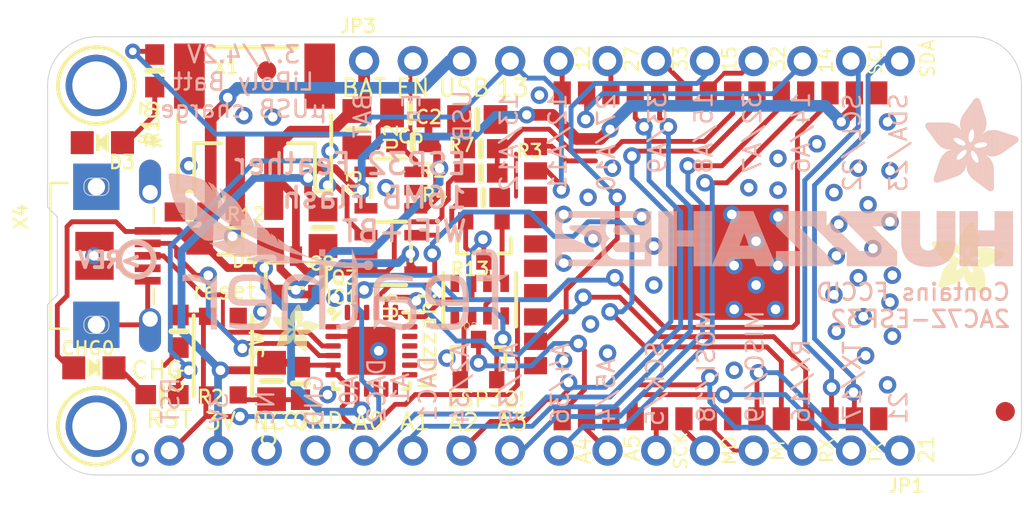
<source format=kicad_pcb>
(kicad_pcb (version 20211014) (generator pcbnew)
  (layers (0 "F.Cu" signal) (31 "B.Cu" signal) (34 "B.Paste" user) (35 "F.Paste" user) (36 "B.SilkS" user "B.Silkscreen") (37 "F.SilkS" user "F.Silkscreen") (38 "B.Mask" user) (39 "F.Mask" user) (44 "Edge.Cuts" user))
  (net 0 "")
  (net 1 "GND")
  (net 2 "VBUS")
  (net 3 "VBAT")
  (net 4 "N$1")
  (net 5 "N$3")
  (net 6 "N$4")
  (net 7 "3.3V")
  (net 8 "RESET")
  (net 9 "GPIO0")
  (net 10 "RXD0")
  (net 11 "TXD0")
  (net 12 "N$2")
  (net 13 "N$6")
  (net 14 "RTS")
  (net 15 "DTR")
  (net 16 "N$12")
  (net 17 "N$13")
  (net 18 "EN")
  (net 19 "GPIO2")
  (net 20 "A1_DAC1")
  (net 21 "A0_DAC2")
  (net 22 "IO16")
  (net 23 "IO17")
  (net 24 "MOSI")
  (net 25 "A5_IO4")
  (net 26 "SDA")
  (net 27 "SCL")
  (net 28 "IO33_A9")
  (net 29 "IO32_A7")
  (net 30 "IO27_A10")
  (net 31 "MISO")
  (net 32 "SCK")
  (net 33 "A4_IO36")
  (net 34 "A3_I39")
  (net 35 "IO13_A12")
  (net 36 "A2_I34")
  (net 37 "A13_I35")
  (net 38 "N$7")
  (net 39 "N$5")
  (net 40 "IO12_A11")
  (net 41 "IO15_A8")
  (net 42 "IO21")
  (net 43 "IO14_A6")
  (footprint "boardEagle:CHIPLED_0805_NOOUTLINE" (layer "F.Cu") (at 125.9586 99.0981 90)
    (fp_text reference "D3")
    (fp_text value "RED")
  )
  (footprint "boardEagle:0805-NO" (layer "F.Cu") (at 145.5166 97.8916 180)
    (fp_text reference "C2")
    (fp_text value "10uF")
  )
  (footprint "boardEagle:BTN_KMR2_4.6X2.8" (layer "F.Cu") (at 132.2451 110.2106 -90)
    (fp_text reference "SW2")
    (fp_text value "KMR2")
  )
  (footprint "boardEagle:RESPACK_4X0603" (layer "F.Cu") (at 145.6436 107.2896)
    (fp_text reference "R13")
    (fp_text value "10K")
  )
  (footprint "boardEagle:QFN24_4MM_SMSC" (layer "F.Cu") (at 139.9921 109.9566)
    (fp_text reference "IC1")
    (fp_text value "CP2104")
  )
  (footprint "boardEagle:0603-NO" (layer "F.Cu") (at 136.2921 111.6586 -90)
    (fp_text reference "C7")
    (fp_text value "1uF")
  )
  (footprint "boardEagle:SOT23-5" (layer "F.Cu") (at 141.0081 101.5746 90)
    (fp_text reference "U2")
    (fp_text value "AP2112-3.3")
  )
  (footprint "boardEagle:SOT23-3" (layer "F.Cu") (at 145.5801 110.4646)
    (fp_text reference "Q2")
    (fp_text value "mmbt2222")
  )
  (footprint "boardEagle:FIDUCIAL_1MM" (layer "F.Cu") (at 173.0593 113.1246 -90)
    (fp_text reference "U$35" hide)
    (fp_text value "FIDUCIAL_1MM" hide)
  )
  (footprint "boardEagle:CHIPLED_0805_NOOUTLINE" (layer "F.Cu") (at 125.5141 110.8456 -90)
    (fp_text reference "CHG0")
    (fp_text value "ORANGE")
  )
  (footprint "boardEagle:SOT23-5" (layer "F.Cu") (at 141.0081 104.8766 -90)
    (fp_text reference "U3")
    (fp_text value "MCP73831T-2ACI/OT")
  )
  (footprint "boardEagle:ADAFRUIT_2.5MM" (layer "F.Cu") (at 134.8359 109.982)
    (fp_text reference "U$14" hide)
    (fp_text value "" hide)
  )
  (footprint "boardEagle:0603-NO" (layer "F.Cu") (at 145.7071 99.4156)
    (fp_text reference "R3")
    (fp_text value "100K")
  )
  (footprint "boardEagle:1X12_ROUND_MIN" (layer "F.Cu") (at 153.5811 94.8436)
    (fp_text reference "JP3")
    (fp_text value "")
  )
  (footprint "" (layer "F.Cu") (at 171.3611 114.5921)
    (fp_text reference "@HOLE0" hide)
    (fp_text value "")
  )
  (footprint "boardEagle:SOD-123" (layer "F.Cu") (at 132.8801 104.2416 180)
    (fp_text reference "D4")
    (fp_text value "MBR120")
  )
  (footprint "boardEagle:0805-NO" (layer "F.Cu") (at 134.7851 111.5314 -90)
    (fp_text reference "C1")
    (fp_text value "10uF")
  )
  (footprint "boardEagle:4UCONN_20329_V2" (layer "F.Cu") (at 127.5461 105.0036 -90)
    (fp_text reference "X4")
    (fp_text value "20329")
    (fp_line (start 4.05 1.6) (end 4.05 2.2) (layer "Edge.Cuts") (width 0.05))
    (fp_line (start -3.5 2.55) (end -3.7 2.55) (layer "Edge.Cuts") (width 0.05))
    (fp_line (start -4.05 2.15) (end -4.05 1.6) (layer "Edge.Cuts") (width 0.05))
    (fp_line (start -3.15 1.6) (end -3.15 2.15) (layer "Edge.Cuts") (width 0.05))
    (fp_line (start 3.15 2.2) (end 3.15 1.6) (layer "Edge.Cuts") (width 0.05))
    (fp_line (start -3.7 1.25) (end -3.5 1.25) (layer "Edge.Cuts") (width 0.05))
    (fp_arc (start -3.15 2.15) (mid -3.242157 2.422487) (end -3.5 2.55) (layer "Edge.Cuts") (width 0.05))
    (fp_arc (start -3.5 1.25) (mid -3.252513 1.352513) (end -3.15 1.6) (layer "Edge.Cuts") (width 0.05))
    (fp_arc (start 4.05 2.2) (mid 3.897487 2.468198) (end 3.6 2.55) (layer "Edge.Cuts") (width 0.05))
    (fp_arc (start -4.05 1.6) (mid -3.947487 1.352513) (end -3.7 1.25) (layer "Edge.Cuts") (width 0.05))
    (fp_arc (start 3.6 2.55) (mid 3.302513 2.468198) (end 3.15 2.2) (layer "Edge.Cuts") (width 0.05))
    (fp_arc (start 3.6 1.25) (mid 3.897487 1.331802) (end 4.05 1.6) (layer "Edge.Cuts") (width 0.05))
    (fp_arc (start 3.15 1.6) (mid 3.302513 1.331802) (end 3.6 1.25) (layer "Edge.Cuts") (width 0.05))
    (fp_arc (start -3.7 2.55) (mid -3.957843 2.422487) (end -4.05 2.15) (layer "Edge.Cuts") (width 0.05))
  )
  (footprint "boardEagle:MOUNTINGHOLE_2.5_PLATED" (layer "F.Cu") (at 125.6411 113.8936 -90)
    (fp_text reference "U$32" hide)
    (fp_text value "MOUNTINGHOLE2.5" hide)
  )
  (footprint "boardEagle:MOUNTINGHOLE_2.5_PLATED" (layer "F.Cu") (at 125.6411 96.1136 -90)
    (fp_text reference "U$31" hide)
    (fp_text value "MOUNTINGHOLE2.5" hide)
  )
  (footprint "boardEagle:0805-NO" (layer "F.Cu") (at 139.2301 98.3996 -90)
    (fp_text reference "C3")
    (fp_text value "10µF")
  )
  (footprint "boardEagle:WROOM32_SKINNY" (layer "F.Cu") (at 161.4551 105.0036 -90)
    (fp_text reference "X2" hide)
    (fp_text value "ESP32_WROOM32_SKINNY" hide)
  )
  (footprint "boardEagle:FIDUCIAL_1MM" (layer "F.Cu") (at 134.5311 95.3516 -90)
    (fp_text reference "U$34" hide)
    (fp_text value "FIDUCIAL_1MM" hide)
  )
  (footprint "boardEagle:0603-NO" (layer "F.Cu") (at 130.5941 102.7176)
    (fp_text reference "R12")
    (fp_text value "100K")
  )
  (footprint "boardEagle:SOT23-3" (layer "F.Cu") (at 145.8595 104.1781 180)
    (fp_text reference "Q1")
    (fp_text value "mmbt2222")
  )
  (footprint "boardEagle:0603-NO" (layer "F.Cu") (at 129.9591 108.9406 -90)
    (fp_text reference "C4")
    (fp_text value "1uF")
  )
  (footprint "boardEagle:1X16_ROUND_MIN" (layer "F.Cu") (at 148.5011 115.1636 180)
    (fp_text reference "JP1")
    (fp_text value "")
  )
  (footprint "boardEagle:0603-NO" (layer "F.Cu") (at 145.7071 100.6856 180)
    (fp_text reference "R1")
    (fp_text value "100K")
  )
  (footprint "boardEagle:JSTPH2" (layer "F.Cu") (at 133.8961 97.1296)
    (fp_text reference "X1")
    (fp_text value "JSTPH")
  )
  (footprint "boardEagle:ADAFRUIT_3.5MM" (layer "F.Cu") (at 169.2021 107.0356)
    (fp_text reference "U$15" hide)
    (fp_text value "" hide)
  )
  (footprint "boardEagle:0603-NO" (layer "F.Cu") (at 145.8341 101.9556 180)
    (fp_text reference "R4")
    (fp_text value "4.7K")
  )
  (footprint "boardEagle:0805-NO" (layer "F.Cu") (at 137.4671 103.5396 -90)
    (fp_text reference "C8")
    (fp_text value "10µF")
  )
  (footprint "" (layer "F.Cu") (at 171.3611 95.4786)
    (fp_text reference "@HOLE1" hide)
    (fp_text value "")
  )
  (footprint "boardEagle:0603-NO" (layer "F.Cu") (at 129.0701 112.2426)
    (fp_text reference "R2")
    (fp_text value "1K")
  )
  (footprint "boardEagle:0603-NO" (layer "F.Cu") (at 128.6891 95.3516 -90)
    (fp_text reference "R10")
    (fp_text value "1K")
  )
  (footprint "boardEagle:SOT23-R" (layer "F.Cu") (at 136.0551 106.0196)
    (fp_text reference "Q3")
    (fp_text value "DMG3415U")
  )
  (footprint "boardEagle:0805-NO" (layer "F.Cu") (at 142.0191 97.5506 180)
    (fp_text reference "C6")
    (fp_text value "10µF")
  )
  (footprint "boardEagle:0603-NO" (layer "F.Cu") (at 142.1511 99.0981)
    (fp_text reference "R7")
    (fp_text value "100K")
  )
  (footprint "boardEagle:PCBFEAT-REV-040" (layer "B.Cu") (at 127.7366 105.1941 180)
    (fp_text reference "U$13" hide)
    (fp_text value "" hide)
  )
  (footprint "boardEagle:FEATHERLOGO_MED" (layer "B.Cu") (at 147.2311 108.9406 180)
    (fp_text reference "U$9" hide)
    (fp_text value "" hide)
  )
  (footprint "boardEagle:ADAFRUIT_5MM" (layer "B.Cu") (at 168.8846 101.6381 90)
    (fp_text reference "U$7" hide)
    (fp_text value "" hide)
  )
  (footprint "boardEagle:HUZZAH32" (layer "B.Cu") (at 173.4566 105.5751 180)
    (fp_text reference "U$43" hide)
    (fp_text value "" hide)
  )
  (gr_line (start 171.3611 93.5736) (end 125.6411 93.5736) (layer "Edge.Cuts") (width 0.05))
  (gr_line (start 125.6411 116.4336) (end 171.3611 116.4336) (layer "Edge.Cuts") (width 0.05))
  (gr_arc (start 125.6411 116.4336) (mid 123.845049 115.689651) (end 123.1011 113.8936) (layer "Edge.Cuts") (width 0.05))
  (gr_line (start 123.1011 107.5436) (end 123.1011 113.8936) (layer "Edge.Cuts") (width 0.05))
  (gr_line (start 123.1011 102.4636) (end 123.6091 102.9716) (layer "Edge.Cuts") (width 0.05))
  (gr_line (start 123.1011 96.1136) (end 123.1011 102.4636) (layer "Edge.Cuts") (width 0.05))
  (gr_arc (start 173.9011 113.8936) (mid 173.157151 115.689651) (end 171.3611 116.4336) (layer "Edge.Cuts") (width 0.05))
  (gr_line (start 173.9011 113.8936) (end 173.9011 96.1136) (layer "Edge.Cuts") (width 0.05))
  (gr_arc (start 171.3611 93.5736) (mid 173.157151 94.317549) (end 173.9011 96.1136) (layer "Edge.Cuts") (width 0.05))
  (gr_line (start 123.6091 107.0356) (end 123.1011 107.5436) (layer "Edge.Cuts") (width 0.05))
  (gr_arc (start 123.1011 96.1136) (mid 123.845049 94.317549) (end 125.6411 93.5736) (layer "Edge.Cuts") (width 0.05))
  (gr_line (start 123.6091 102.9716) (end 123.6091 107.0356) (layer "Edge.Cuts") (width 0.05))
  (gr_text "ESP32 Feather\n16MB Flash\nWiFI+BT" (at 145.0721 104.3686) (layer "B.SilkS") (effects (font (size 1.0922 1.0922) (thickness 0.1778)) (justify left bottom mirror)))
  (gr_text "A2/34" (at 144.6276 111.6711 -270) (layer "B.SilkS") (effects (font (size 0.89408 0.89408) (thickness 0.12192)) (justify mirror)))
  (gr_text "MOSI/18" (at 157.4546 110.7821 -270) (layer "B.SilkS") (effects (font (size 0.89408 0.89408) (thickness 0.12192)) (justify mirror)))
  (gr_text "27/A10" (at 152.2476 99.0981 -270) (layer "B.SilkS") (effects (font (size 0.89408 0.89408) (thickness 0.12192)) (justify mirror)))
  (gr_text "13/A12" (at 147.1676 99.0981 -270) (layer "B.SilkS") (effects (font (size 0.89408 0.89408) (thickness 0.12192)) (justify mirror)))
  (gr_text "TX/17" (at 165.0746 111.5441 -270) (layer "B.SilkS") (effects (font (size 0.89408 0.89408) (thickness 0.12192)) (justify mirror)))
  (gr_text "SDA/23" (at 167.4876 99.0981 -270) (layer "B.SilkS") (effects (font (size 0.89408 0.89408) (thickness 0.12192)) (justify mirror)))
  (gr_text "En" (at 142.0876 97.3201 -270) (layer "B.SilkS") (effects (font (size 0.89408 0.89408) (thickness 0.12192)) (justify mirror)))
  (gr_text "A1\nDAC1" (at 142.2146 111.9251 -270) (layer "B.SilkS") (effects (font (size 0.89408 0.89408) (thickness 0.12192)) (justify mirror)))
  (gr_text "BAT" (at 139.5476 97.7011 -270) (layer "B.SilkS") (effects (font (size 0.89408 0.89408) (thickness 0.12192)) (justify mirror)))
  (gr_text "15/A8" (at 157.3276 98.5901 -270) (layer "B.SilkS") (effects (font (size 0.89408 0.89408) (thickness 0.12192)) (justify mirror)))
  (gr_text "SCK/5" (at 154.7876 111.6711 -270) (layer "B.SilkS") (effects (font (size 0.89408 0.89408) (thickness 0.12192)) (justify mirror)))
  (gr_text "GND" (at 137.0076 112.5601 -270) (layer "B.SilkS") (effects (font (size 0.89408 0.89408) (thickness 0.12192)) (justify mirror)))
  (gr_text "USB" (at 144.7546 97.7011 -270) (layer "B.SilkS") (effects (font (size 0.89408 0.89408) (thickness 0.12192)) (justify mirror)))
  (gr_text "32/A7" (at 159.8676 98.5901 -270) (layer "B.SilkS") (effects (font (size 0.89408 0.89408) (thickness 0.12192)) (justify mirror)))
  (gr_text "NC" (at 134.4676 112.9411 -270) (layer "B.SilkS") (effects (font (size 0.89408 0.89408) (thickness 0.12192)) (justify mirror)))
  (gr_text "A0\nDAC2" (at 139.5476 112.0521 -270) (layer "B.SilkS") (effects (font (size 0.89408 0.89408) (thickness 0.12192)) (justify mirror)))
  (gr_text "14/A6" (at 162.4076 98.5901 -270) (layer "B.SilkS") (effects (font (size 0.89408 0.89408) (thickness 0.12192)) (justify mirror)))
  (gr_text "Contains FCCID\n2AC7Z-ESP32" (at 173.3931 108.8136) (layer "B.SilkS") (effects (font (size 0.87376 0.87376) (thickness 0.14224)) (justify left bottom mirror)))
  (gr_text "RX/16" (at 162.4076 111.5441 -270) (layer "B.SilkS") (effects (font (size 0.89408 0.89408) (thickness 0.12192)) (justify mirror)))
  (gr_text "MISO/19" (at 159.9946 110.7821 -270) (layer "B.SilkS") (effects (font (size 0.89408 0.89408) (thickness 0.12192)) (justify mirror)))
  (gr_text "A4/36" (at 149.8346 111.6711 -270) (layer "B.SilkS") (effects (font (size 0.89408 0.89408) (thickness 0.12192)) (justify mirror)))
  (gr_text "3.7/4.2V\nLiPoly Batt\nµUSB charge" (at 133.3246 95.9231) (layer "B.SilkS") (effects (font (size 0.88392 0.88392) (thickness 0.13208)) (justify mirror)))
  (gr_text "12/A11" (at 149.7076 99.0981 -270) (layer "B.SilkS") (effects (font (size 0.89408 0.89408) (thickness 0.12192)) (justify mirror)))
  (gr_text "A3/39" (at 147.1676 111.6711 -270) (layer "B.SilkS") (effects (font (size 0.89408 0.89408) (thickness 0.12192)) (justify mirror)))
  (gr_text "SCL/22" (at 165.0746 99.0981 -270) (layer "B.SilkS") (effects (font (size 0.89408 0.89408) (thickness 0.12192)) (justify mirror)))
  (gr_text "RST" (at 129.5146 112.5601 -270) (layer "B.SilkS") (effects (font (size 0.89408 0.89408) (thickness 0.12192)) (justify mirror)))
  (gr_text "33/A9" (at 154.9146 98.5901 -270) (layer "B.SilkS") (effects (font (size 0.89408 0.89408) (thickness 0.12192)) (justify mirror)))
  (gr_text "3V" (at 132.0546 112.9411 -270) (layer "B.SilkS") (effects (font (size 0.89408 0.89408) (thickness 0.12192)) (justify mirror)))
  (gr_text "21" (at 167.4876 112.9411 -270) (layer "B.SilkS") (effects (font (size 0.89408 0.89408) (thickness 0.12192)) (justify mirror)))
  (gr_text "A5/4" (at 152.2476 112.0521 -270) (layer "B.SilkS") (effects (font (size 0.89408 0.89408) (thickness 0.12192)) (justify mirror)))
  (gr_text "SCK" (at 156.1211 115.1636 90) (layer "F.SilkS") (effects (font (size 0.67056 0.67056) (thickness 0.09144))))
  (gr_text "MI" (at 161.2011 115.1636 90) (layer "F.SilkS") (effects (font (size 0.67056 0.67056) (thickness 0.09144))))
  (gr_text "13" (at 147.3581 96.2406) (layer "F.SilkS") (effects (font (size 0.89408 0.89408) (thickness 0.12192))))
  (gr_text "14" (at 163.6903 94.8055 90) (layer "F.SilkS") (effects (font (size 0.715264 0.715264) (thickness 0.097536))))
  (gr_text "A0" (at 139.8651 113.6396) (layer "F.SilkS") (effects (font (size 0.89408 0.89408) (thickness 0.12192))))
  (gr_text "A5" (at 153.5811 115.0366 90) (layer "F.SilkS") (effects (font (size 0.78232 0.78232) (thickness 0.10668))))
  (gr_text "A3" (at 147.3327 113.665) (layer "F.SilkS") (effects (font (size 0.89408 0.89408) (thickness 0.12192))))
  (gr_text "A4" (at 151.0411 115.1636 90) (layer "F.SilkS") (effects (font (size 0.78232 0.78232) (thickness 0.10668))))
  (gr_text "33" (at 156.1084 94.7166 90) (layer "F.SilkS") (effects (font (size 0.715264 0.715264) (thickness 0.097536))))
  (gr_text "27" (at 153.5811 94.742 90) (layer "F.SilkS") (effects (font (size 0.715264 0.715264) (thickness 0.097536))))
  (gr_text "12" (at 151.0157 94.6912 90) (layer "F.SilkS") (effects (font (size 0.715264 0.715264) (thickness 0.097536))))
  (gr_text "A2" (at 144.7927 113.6904) (layer "F.SilkS") (effects (font (size 0.89408 0.89408) (thickness 0.12192))))
  (gr_text "TX" (at 166.2811 115.2906 90) (layer "F.SilkS") (effects (font (size 0.67056 0.67056) (thickness 0.09144))))
  (gr_text "NC" (at 134.6581 113.6396) (layer "F.SilkS") (effects (font (size 0.89408 0.89408) (thickness 0.12192))))
  (gr_text "A1" (at 142.2781 113.6396) (layer "F.SilkS") (effects (font (size 0.89408 0.89408) (thickness 0.12192))))
  (gr_text "USB" (at 144.8181 96.2406) (layer "F.SilkS") (effects (font (size 0.89408 0.89408) (thickness 0.12192))))
  (gr_text "GND" (at 137.1981 113.6396) (layer "F.SilkS") (effects (font (size 0.89408 0.89408) (thickness 0.12192))))
  (gr_text "ESP32!" (at 145.9611 112.4966) (layer "F.SilkS") (effects (font (size 0.78232 0.78232) (thickness 0.10668))))
  (gr_text "MO" (at 158.6611 115.1636 90) (layer "F.SilkS") (effects (font (size 0.692912 0.692912) (thickness 0.094488))))
  (gr_text "SDA" (at 169.0116 94.7166 90) (layer "F.SilkS") (effects (font (size 0.715264 0.715264) (thickness 0.097536))))
  (gr_text "SCL" (at 166.2811 94.6531 90) (layer "F.SilkS") (effects (font (size 0.67056 0.67056) (thickness 0.09144))))
  (gr_text "CHG" (at 128.8161 110.9726) (layer "F.SilkS") (effects (font (size 0.89408 0.89408) (thickness 0.12192))))
  (gr_text "reset" (at 132.3213 106.8324) (layer "F.SilkS") (effects (font (size 0.89408 0.89408) (thickness 0.12192))))
  (gr_text "#13" (at 128.4351 98.1456 90) (layer "F.SilkS") (effects (font (size 0.89408 0.89408) (thickness 0.12192))))
  (gr_text "15" (at 158.6611 94.742 90) (layer "F.SilkS") (effects (font (size 0.715264 0.715264) (thickness 0.097536))))
  (gr_text "32" (at 161.2011 94.7166 90) (layer "F.SilkS") (effects (font (size 0.715264 0.715264) (thickness 0.097536))))
  (gr_text "RX" (at 163.7411 115.1636 90) (layer "F.SilkS") (effects (font (size 0.67056 0.67056) (thickness 0.09144))))
  (gr_text "huzzah!" (at 142.9131 109.4486 90) (layer "F.SilkS") (effects (font (size 0.89408 0.89408) (thickness 0.12192))))
  (gr_text "21" (at 168.9481 115.1001 90) (layer "F.SilkS") (effects (font (size 0.78232 0.78232) (thickness 0.10668))))
  (gr_text "EN" (at 142.1511 96.2406) (layer "F.SilkS") (effects (font (size 0.89408 0.89408) (thickness 0.12192))))
  (gr_text "3V" (at 132.1181 113.6396) (layer "F.SilkS") (effects (font (size 0.89408 0.89408) (thickness 0.12192))))
  (gr_text "RST" (at 129.4511 113.5126) (layer "F.SilkS") (effects (font (size 0.89408 0.89408) (thickness 0.12192))))
  (gr_text "BAT" (at 139.6111 96.2406) (layer "F.SilkS") (effects (font (size 0.89408 0.89408) (thickness 0.12192))))
  (segment (start 128.3211 106.3036) (end 128.3211 108.1786) (width 0.254) (layer "F.Cu") (net 1))
  (segment (start 136.2921 112.5086) (end 133.2931 112.5086) (width 0.254) (layer "F.Cu") (net 1))
  (segment (start 140.3477 99.2886) (end 140.3477 98.2466) (width 0.254) (layer "F.Cu") (net 1))
  (segment (start 144.8571 98.1821) (end 144.8571 99.4156) (width 0.254) (layer "F.Cu") (net 1))
  (segment (start 149.3901 99.2886) (end 150.1521 100.0506) (width 0.254) (layer "F.Cu") (net 1))
  (segment (start 129.9591 109.7906) (end 129.9591 109.9566) (width 0.254) (layer "F.Cu") (net 1))
  (segment (start 140.3477 98.2466) (end 141.0437 97.5506) (width 0.254) (layer "F.Cu") (net 1))
  (segment (start 141.0437 97.5506) (end 141.0691 97.5506) (width 0.254) (layer "F.Cu") (net 1))
  (segment (start 139.2301 99.3496) (end 140.3121 99.3496) (width 0.254) (layer "F.Cu") (net 1))
  (segment (start 129.9591 109.9566) (end 129.1971 110.7186) (width 0.254) (layer "F.Cu") (net 1))
  (segment (start 128.1461 108.6036) (end 128.4461 108.3036) (width 0.254) (layer "F.Cu") (net 1))
  (segment (start 144.5666 97.8916) (end 144.8571 98.1821) (width 0.254) (layer "F.Cu") (net 1))
  (segment (start 140.1191 109.7026) (end 140.3731 109.9566) (width 0.254) (layer "F.Cu") (net 1))
  (segment (start 147.9931 99.2886) (end 149.3901 99.2886) (width 0.254) (layer "F.Cu") (net 1))
  (segment (start 133.2931 112.5086) (end 133.0451 112.2606) (width 0.254) (layer "F.Cu") (net 1))
  (segment (start 125.6461 108.6036) (end 128.1461 108.6036) (width 0.254) (layer "F.Cu") (net 1))
  (segment (start 139.9921 109.2066) (end 139.9921 109.7026) (width 0.254) (layer "F.Cu") (net 1))
  (segment (start 139.9921 109.7026) (end 140.1191 109.7026) (width 0.254) (layer "F.Cu") (net 1))
  (segment (start 128.3211 108.1786) (end 128.4461 108.3036) (width 0.254) (layer "F.Cu") (net 1))
  (segment (start 124.6961 101.4036) (end 125.6461 101.4036) (width 0.254) (layer "F.Cu") (net 1))
  (segment (start 147.5359 101.9166) (end 147.5359 99.6696) (width 0.2032) (layer "F.Cu") (net 1))
  (segment (start 139.9921 109.2066) (end 137.9921 109.2066) (width 0.254) (layer "F.Cu") (net 1))
  (segment (start 132.8961 103.9376) (end 132.8961 100.8296) (width 0.6096) (layer "F.Cu") (net 1))
  (segment (start 150.1521 100.0506) (end 151.6761 100.0506) (width 0.254) (layer "F.Cu") (net 1))
  (via (at 154.7241 106.5276) (size 0.9064) (drill 0.5) (layers "F.Cu" "B.Cu") (net 1))
  (via (at 150.0251 105.3846) (size 0.9064) (drill 0.5) (layers "F.Cu" "B.Cu") (net 1))
  (via (at 150.0251 102.8446) (size 0.9064) (drill 0.5) (layers "F.Cu" "B.Cu") (net 1))
  (via (at 132.7531 103.9876) (size 0.9064) (drill 0.5) (layers "F.Cu" "B.Cu") (net 1))
  (via (at 166.9161 98.0186) (size 0.9064) (drill 0.5) (layers "F.Cu" "B.Cu") (net 1))
  (via (at 164.3761 103.3526) (size 0.9064) (drill 0.5) (layers "F.Cu" "B.Cu") (net 1))
  (via (at 161.2011 102.9716) (size 0.9064) (drill 0.5) (layers "F.Cu" "B.Cu") (net 1))
  (via (at 138.0871 107.2134) (size 0.9064) (drill 0.5) (layers "F.Cu" "B.Cu") (net 1))
  (via (at 154.7241 104.4956) (size 0.9064) (drill 0.5) (layers "F.Cu" "B.Cu") (net 1))
  (via (at 161.2011 101.5746) (size 0.9064) (drill 0.5) (layers "F.Cu" "B.Cu") (net 1))
  (via (at 152.3111 110.0836) (size 0.9064) (drill 0.5) (layers "F.Cu" "B.Cu") (net 1))
  (via (at 164.2491 108.9406) (size 0.9064) (drill 0.5) (layers "F.Cu" "B.Cu") (net 1))
  (via (at 159.6771 101.4476) (size 0.9064) (drill 0.5) (layers "F.Cu" "B.Cu") (net 1))
  (via (at 167.1701 106.0196) (size 0.9064) (drill 0.5) (layers "F.Cu" "B.Cu") (net 1))
  (via (at 164.1221 101.7016) (size 0.9064) (drill 0.5) (layers "F.Cu" "B.Cu") (net 1))
  (via (at 167.0431 103.2256) (size 0.9064) (drill 0.5) (layers "F.Cu" "B.Cu") (net 1))
  (via (at 125.5141 105.0036) (size 0.9064) (drill 0.5) (layers "F.Cu" "B.Cu") (net 1))
  (via (at 133.3373 97.6884) (size 0.9064) (drill 0.5) (layers "F.Cu" "B.Cu") (net 1))
  (via (at 166.9161 111.7346) (size 0.9064) (drill 0.5) (layers "F.Cu" "B.Cu") (net 1))
  (via (at 165.3921 106.1466) (size 0.9064) (drill 0.5) (layers "F.Cu" "B.Cu") (net 1))
  (via (at 140.7541 101.4476) (size 0.9064) (drill 0.5) (layers "F.Cu" "B.Cu") (net 1))
  (via (at 167.0431 100.5586) (size 0.9064) (drill 0.5) (layers "F.Cu" "B.Cu") (net 1))
  (via (at 151.4221 108.5596) (size 0.9064) (drill 0.5) (layers "F.Cu" "B.Cu") (net 1))
  (via (at 165.7731 110.2106) (size 0.9064) (drill 0.5) (layers "F.Cu" "B.Cu") (net 1))
  (via (at 154.0891 102.9716) (size 0.9064) (drill 0.5) (layers "F.Cu" "B.Cu") (net 1))
  (via (at 160.0581 106.5276) (size 0.9064) (drill 0.5) (layers "F.Cu" "B.Cu") (net 1))
  (via (at 134.2771 107.9246) (size 0.9064) (drill 0.5) (layers "F.Cu" "B.Cu") (net 1))
  (via (at 166.1541 104.6226) (size 0.9064) (drill 0.5) (layers "F.Cu" "B.Cu") (net 1))
  (via (at 158.9151 105.5116) (size 0.9064) (drill 0.5) (layers "F.Cu" "B.Cu") (net 1))
  (via (at 151.2951 101.9556) (size 0.9064) (drill 0.5) (layers "F.Cu" "B.Cu") (net 1))
  (via (at 148.7551 96.6216) (size 0.9064) (drill 0.5) (layers "F.Cu" "B.Cu") (net 1))
  (via (at 160.0581 104.2416) (size 0.9064) (drill 0.5) (layers "F.Cu" "B.Cu") (net 1))
  (via (at 150.0251 110.4646) (size 0.889) (drill 0.4826) (layers "F.Cu" "B.Cu") (net 1))
  (via (at 158.7881 102.8446) (size 0.9064) (drill 0.5) (layers "F.Cu" "B.Cu") (net 1))
  (via (at 164.2491 105.0036) (size 0.9064) (drill 0.5) (layers "F.Cu" "B.Cu") (net 1))
  (via (at 161.0741 107.7976) (size 0.9064) (drill 0.5) (layers "F.Cu" "B.Cu") (net 1))
  (via (at 127.9271 115.5446) (size 0.9064) (drill 0.5) (layers "F.Cu" "B.Cu") (net 1))
  (via (at 152.5651 100.4316) (size 0.9064) (drill 0.5) (layers "F.Cu" "B.Cu") (net 1))
  (via (at 165.9001 102.3366) (size 0.9064) (drill 0.5) (layers "F.Cu" "B.Cu") (net 1))
  (via (at 134.8486 97.7646) (size 0.9064) (drill 0.5) (layers "F.Cu" "B.Cu") (net 1))
  (via (at 151.5491 104.1146) (size 0.9064) (drill 0.5) (layers "F.Cu" "B.Cu") (net 1))
  (via (at 158.9151 107.7976) (size 0.9064) (drill 0.5) (layers "F.Cu" "B.Cu") (net 1))
  (via (at 158.9151 110.9726) (size 0.9064) (drill 0.5) (layers "F.Cu" "B.Cu") (net 1))
  (via (at 164.1221 107.0356) (size 0.9064) (drill 0.5) (layers "F.Cu" "B.Cu") (net 1))
  (via (at 163.2331 99.1616) (size 0.9064) (drill 0.5) (layers "F.Cu" "B.Cu") (net 1))
  (via (at 165.6461 108.1786) (size 0.9064) (drill 0.5) (layers "F.Cu" "B.Cu") (net 1))
  (via (at 167.0431 107.4166) (size 0.9064) (drill 0.5) (layers "F.Cu" "B.Cu") (net 1))
  (via (at 161.2011 99.9236) (size 0.9064) (drill 0.5) (layers "F.Cu" "B.Cu") (net 1))
  (via (at 167.1701 109.1946) (size 0.9064) (drill 0.5) (layers "F.Cu" "B.Cu") (net 1))
  (via (at 140.3731 109.9566) (size 0.9064) (drill 0.5) (layers "F.Cu" "B.Cu") (net 1))
  (via (at 143.9291 110.3376) (size 0.9064) (drill 0.5) (layers "F.Cu" "B.Cu") (net 1))
  (via (at 137.8331 99.5426) (size 0.9064) (drill 0.5) (layers "F.Cu" "B.Cu") (net 1))
  (via (at 161.2011 105.5116) (size 0.9064) (drill 0.5) (layers "F.Cu" "B.Cu") (net 1))
  (via (at 130.4671 100.3046) (size 0.9064) (drill 0.5) (layers "F.Cu" "B.Cu") (net 1))
  (via (at 137.7061 112.2426) (size 0.9064) (drill 0.5) (layers "F.Cu" "B.Cu") (net 1))
  (via (at 165.3921 100.4316) (size 0.9064) (drill 0.5) (layers "F.Cu" "B.Cu") (net 1))
  (segment (start 131.0301 104.2416) (end 131.4441 103.8276) (width 0.254) (layer "F.Cu") (net 2))
  (segment (start 127.1651 103.7336) (end 128.2911 103.7336) (width 0.254) (layer "F.Cu") (net 2))
  (segment (start 139.2421 112.8134) (end 139.4841 113.0554) (width 0.254) (layer "F.Cu") (net 2))
  (segment (start 128.3211 103.7036) (end 129.9291 103.7036) (width 0.381) (layer "F.Cu") (net 2))
  (segment (start 132.4991 105.6386) (end 134.4041 105.6386) (width 0.4064) (layer "F.Cu") (net 2))
  (segment (start 130.4671 104.2416) (end 131.0301 104.2416) (width 0.4064) (layer "F.Cu") (net 2))
  (segment (start 124.2441 110.8456) (end 123.6091 110.2106) (width 0.254) (layer "F.Cu") (net 2))
  (segment (start 129.9291 103.7036) (end 130.4671 104.2416) (width 0.4064) (layer "F.Cu") (net 2))
  (segment (start 123.6091 110.2106) (end 123.6091 107.5944) (width 0.254) (layer "F.Cu") (net 2))
  (segment (start 142.0241 105.5425) (end 142.0241 104.9075) (width 0.4064) (layer "F.Cu") (net 2))
  (segment (start 132.4991 96.9772) (end 132.4991 96.7486) (width 0.6096) (layer "F.Cu") (net 2))
  (segment (start 124.1171 103.4796) (end 124.3711 103.2256) (width 0.254) (layer "F.Cu") (net 2))
  (segment (start 134.4041 106.2736) (end 134.4041 105.6386) (width 0.4064) (layer "F.Cu") (net 2))
  (segment (start 139.2421 111.9566) (end 139.2421 112.8134) (width 0.254) (layer "F.Cu") (net 2))
  (segment (start 135.1051 106.9746) (end 134.4041 106.2736) (width 0.4064) (layer "F.Cu") (net 2))
  (segment (start 131.1021 104.2416) (end 131.0301 104.2416) (width 0.4064) (layer "F.Cu") (net 2))
  (segment (start 131.4441 103.8276) (end 131.4441 102.7176) (width 0.6096) (layer "F.Cu") (net 2))
  (segment (start 128.2911 103.7336) (end 128.3211 103.7036) (width 0.254) (layer "F.Cu") (net 2))
  (segment (start 124.3711 103.2256) (end 126.6571 103.2256) (width 0.254) (layer "F.Cu") (net 2))
  (segment (start 142.3082 105.8266) (end 142.0241 105.5425) (width 0.4064) (layer "F.Cu") (net 2))
  (segment (start 135.1051 107.0196) (end 135.1051 106.9746) (width 0.4064) (layer "F.Cu") (net 2))
  (segment (start 124.1171 107.0864) (end 124.1171 103.4796) (width 0.254) (layer "F.Cu") (net 2))
  (segment (start 131.6101 102.5516) (end 131.6101 97.8662) (width 0.6096) (layer "F.Cu") (net 2))
  (segment (start 123.6091 107.5944) (end 124.1171 107.0864) (width 0.254) (layer "F.Cu") (net 2))
  (segment (start 132.4991 105.6386) (end 131.1021 104.2416) (width 0.4064) (layer "F.Cu") (net 2))
  (segment (start 126.6571 103.2256) (end 127.1651 103.7336) (width 0.254) (layer "F.Cu") (net 2))
  (segment (start 124.4641 110.8456) (end 124.2441 110.8456) (width 0.254) (layer "F.Cu") (net 2))
  (segment (start 131.6101 97.8662) (end 132.4991 96.9772) (width 0.6096) (layer "F.Cu") (net 2))
  (segment (start 131.4441 102.7176) (end 131.6101 102.5516) (width 0.6096) (layer "F.Cu") (net 2))
  (via (at 142.0241 104.9075) (size 0.9064) (drill 0.5) (layers "F.Cu" "B.Cu") (net 2))
  (via (at 132.4991 96.7486) (size 0.9064) (drill 0.5) (layers "F.Cu" "B.Cu") (net 2))
  (via (at 134.4041 105.6386) (size 0.9064) (drill 0.5) (layers "F.Cu" "B.Cu") (net 2))
  (via (at 139.4841 113.0554) (size 0.9064) (drill 0.5) (layers "F.Cu" "B.Cu") (net 2))
  (segment (start 134.4041 106.6546) (end 134.4041 105.6386) (width 0.4064) (layer "B.Cu") (net 2))
  (segment (start 142.6591 96.2406) (end 144.0561 94.8436) (width 0.6096) (layer "B.Cu") (net 2))
  (segment (start 136.6647 107.6706) (end 137.0457 107.2896) (width 0.4064) (layer "B.Cu") (net 2))
  (segment (start 142.0241 104.9075) (end 141.8662 104.9075) (width 0.4064) (layer "B.Cu") (net 2))
  (segment (start 139.4079 113.1316) (end 139.4841 113.0554) (width 0.4064) (layer "B.Cu") (net 2))
  (segment (start 136.6647 107.6706) (end 135.8011 107.6706) (width 0.4064) (layer "B.Cu") (net 2))
  (segment (start 144.0561 94.8436) (end 144.6911 94.8436) (width 0.6096) (layer "B.Cu") (net 2))
  (segment (start 137.0711 106.7816) (end 137.0711 107.2896) (width 0.4064) (layer "B.Cu") (net 2))
  (segment (start 133.0071 96.2406) (end 142.6591 96.2406) (width 0.6096) (layer "B.Cu") (net 2))
  (segment (start 133.0071 96.2406) (end 132.4991 96.7486) (width 0.6096) (layer "B.Cu") (net 2))
  (segment (start 137.0457 107.2896) (end 137.0711 107.2896) (width 0.4064) (layer "B.Cu") (net 2))
  (segment (start 135.8011 111.6076) (end 135.8011 107.6706) (width 0.4064) (layer "B.Cu") (net 2))
  (segment (start 138.4681 105.3846) (end 137.0711 106.7816) (width 0.4064) (layer "B.Cu") (net 2))
  (segment (start 137.3251 113.1316) (end 139.4079 113.1316) (width 0.4064) (layer "B.Cu") (net 2))
  (segment (start 135.8011 107.6706) (end 135.4201 107.6706) (width 0.4064) (layer "B.Cu") (net 2))
  (segment (start 137.3251 113.1316) (end 135.8011 111.6076) (width 0.4064) (layer "B.Cu") (net 2))
  (segment (start 135.4201 107.6706) (end 134.4041 106.6546) (width 0.4064) (layer "B.Cu") (net 2))
  (segment (start 138.4681 105.3846) (end 141.3891 105.3846) (width 0.4064) (layer "B.Cu") (net 2))
  (segment (start 141.8662 104.9075) (end 141.3891 105.3846) (width 0.4064) (layer "B.Cu") (net 2))
  (segment (start 143.4211 103.2256) (end 143.6751 102.9716) (width 0.254) (layer "F.Cu") (net 3))
  (segment (start 140.8201 105.8266) (end 140.8201 105.8012) (width 0.254) (layer "F.Cu") (net 3))
  (segment (start 144.0053 101.219) (end 144.5387 100.6856) (width 0.254) (layer "F.Cu") (net 3))
  (segment (start 134.7851 100.1776) (end 135.0396 100.4321) (width 0.254) (layer "F.Cu") (net 3))
  (segment (start 141.1859 103.2256) (end 143.4211 103.2256) (width 0.254) (layer "F.Cu") (net 3))
  (segment (start 136.6081 105.8266) (end 136.0551 105.2736) (width 0.4064) (layer "F.Cu") (net 3))
  (segment (start 135.0396 100.6861) (end 135.0396 100.9401) (width 0.4064) (layer "F.Cu") (net 3))
  (segment (start 136.0551 105.2736) (end 136.0551 105.0196) (width 0.4064) (layer "F.Cu") (net 3))
  (segment (start 144.5387 100.6856) (end 144.8571 100.6856) (width 0.254) (layer "F.Cu") (net 3))
  (segment (start 139.708 105.8266) (end 136.6081 105.8266) (width 0.4064) (layer "F.Cu") (net 3))
  (segment (start 139.0311 97.6376) (end 139.2191 97.4496) (width 0.4064) (layer "F.Cu") (net 3))
  (segment (start 138.9651 97.4496) (end 139.2191 97.4496) (width 0.6096) (layer "F.Cu") (net 3))
  (segment (start 140.8201 105.8012) (end 141.1859 105.4354) (width 0.254) (layer "F.Cu") (net 3))
  (segment (start 136.0551 101.9556) (end 136.0551 105.0196) (width 0.4064) (layer "F.Cu") (net 3))
  (segment (start 135.8011 98.5266) (end 137.8881 98.5266) (width 0.6096) (layer "F.Cu") (net 3))
  (segment (start 137.8881 98.5266) (end 138.9651 97.4496) (width 0.6096) (layer "F.Cu") (net 3))
  (segment (start 144.5641 100.6856) (end 144.8571 100.6856) (width 0.254) (layer "F.Cu") (net 3))
  (segment (start 135.0396 100.9401) (end 136.0551 101.9556) (width 0.4064) (layer "F.Cu") (net 3))
  (segment (start 135.0396 100.6861) (end 135.0396 100.4321) (width 0.4064) (layer "F.Cu") (net 3))
  (segment (start 141.1859 105.4354) (end 141.1859 103.2256) (width 0.254) (layer "F.Cu") (net 3))
  (segment (start 143.6751 102.9716) (end 143.6751 102.4001) (width 0.254) (layer "F.Cu") (net 3))
  (segment (start 144.0053 102.0699) (end 144.0053 102.0445) (width 0.254) (layer "F.Cu") (net 3))
  (segment (start 144.0053 102.0445) (end 144.0053 101.219) (width 0.254) (layer "F.Cu") (net 3))
  (segment (start 134.7851 99.5426) (end 134.7851 100.1776) (width 0.4064) (layer "F.Cu") (net 3))
  (segment (start 139.2191 97.4496) (end 139.2301 97.4496) (width 0.6096) (layer "F.Cu") (net 3))
  (segment (start 139.2191 97.4496) (end 139.6111 97.0576) (width 0.6096) (layer "F.Cu") (net 3))
  (segment (start 134.8961 100.8296) (end 135.0396 100.6861) (width 0.4064) (layer "F.Cu") (net 3))
  (segment (start 134.7851 99.5426) (end 135.8011 98.5266) (width 0.6096) (layer "F.Cu") (net 3))
  (segment (start 139.6111 97.0576) (end 139.6111 94.8436) (width 0.6096) (layer "F.Cu") (net 3))
  (segment (start 143.6751 102.4001) (end 144.0053 102.0699) (width 0.254) (layer "F.Cu") (net 3))
  (segment (start 139.708 105.8266) (end 140.8201 105.8266) (width 0.254) (layer "F.Cu") (net 3))
  (segment (start 126.5641 110.8456) (end 126.8231 110.8456) (width 0.254) (layer "F.Cu") (net 4))
  (segment (start 126.8231 110.8456) (end 128.2201 112.2426) (width 0.254) (layer "F.Cu") (net 4))
  (segment (start 129.9201 112.2426) (end 129.9201 111.5196) (width 0.254) (layer "F.Cu") (net 5))
  (segment (start 129.9201 111.5196) (end 130.4671 110.9726) (width 0.254) (layer "F.Cu") (net 5))
  (segment (start 138.7221 103.0986) (end 139.5501 103.9266) (width 0.254) (layer "F.Cu") (net 5))
  (segment (start 138.1125 101.3206) (end 137.7061 101.3206) (width 0.254) (layer "F.Cu") (net 5))
  (segment (start 139.5501 103.9266) (end 139.708 103.9266) (width 0.254) (layer "F.Cu") (net 5))
  (segment (start 138.7221 103.0986) (end 138.7221 101.9302) (width 0.254) (layer "F.Cu") (net 5))
  (segment (start 138.7221 101.9302) (end 138.1125 101.3206) (width 0.254) (layer "F.Cu") (net 5))
  (via (at 137.7061 101.3206) (size 0.9064) (drill 0.5) (layers "F.Cu" "B.Cu") (net 5))
  (via (at 130.4671 110.9726) (size 0.9064) (drill 0.5) (layers "F.Cu" "B.Cu") (net 5))
  (segment (start 137.1981 100.0506) (end 137.7061 100.5586) (width 0.254) (layer "B.Cu") (net 5))
  (segment (start 133.9469 100.0506) (end 137.1981 100.0506) (width 0.254) (layer "B.Cu") (net 5))
  (segment (start 130.4671 110.9218) (end 130.4671 110.9726) (width 0.254) (layer "B.Cu") (net 5))
  (segment (start 129.5019 109.9566) (end 130.4671 110.9218) (width 0.254) (layer "B.Cu") (net 5))
  (segment (start 137.7061 100.5586) (end 137.7061 101.3206) (width 0.254) (layer "B.Cu") (net 5))
  (segment (start 129.5019 104.4956) (end 133.9469 100.0506) (width 0.254) (layer "B.Cu") (net 5))
  (segment (start 129.5019 104.4956) (end 129.5019 109.9566) (width 0.254) (layer "B.Cu") (net 5))
  (segment (start 144.8181 101.9556) (end 144.9841 101.9556) (width 0.254) (layer "F.Cu") (net 6))
  (segment (start 144.5641 102.2096) (end 144.8181 101.9556) (width 0.254) (layer "F.Cu") (net 6))
  (segment (start 142.8471 103.9266) (end 142.3082 103.9266) (width 0.254) (layer "F.Cu") (net 6))
  (segment (start 144.1831 103.3526) (end 144.1831 102.5906) (width 0.254) (layer "F.Cu") (net 6))
  (segment (start 143.6091 103.9266) (end 144.1831 103.3526) (width 0.254) (layer "F.Cu") (net 6))
  (segment (start 144.1831 102.5906) (end 144.5641 102.2096) (width 0.254) (layer "F.Cu") (net 6))
  (segment (start 142.8471 103.9266) (end 143.6091 103.9266) (width 0.254) (layer "F.Cu") (net 6))
  (segment (start 138.7421 111.7546) (end 138.7421 111.9566) (width 0.254) (layer "F.Cu") (net 7))
  (segment (start 147.1041 112.2426) (end 147.6121 111.7346) (width 0.254) (layer "F.Cu") (net 7))
  (segment (start 138.7421 112.6036) (end 138.4681 112.8776) (width 0.254) (layer "F.Cu") (net 7))
  (segment (start 136.6901 100.9396) (end 136.6901 101.7016) (width 0.4064) (layer "F.Cu") (net 7))
  (segment (start 147.6121 111.7346) (end 147.6121 107.4166) (width 0.254) (layer "F.Cu") (net 7))
  (segment (start 142.2781 112.2426) (end 147.1041 112.2426) (width 0.254) (layer "F.Cu") (net 7))
  (segment (start 136.6901 101.7016) (end 137.4671 102.4786) (width 0.4064) (layer "F.Cu") (net 7))
  (segment (start 165.1851 96.5036) (end 165.1851 97.3366) (width 0.6096) (layer "F.Cu") (net 7))
  (segment (start 137.9921 110.7066) (end 137.9921 111.2066) (width 0.254) (layer "F.Cu") (net 7))
  (segment (start 137.9921 111.2066) (end 138.1941 111.2066) (width 0.254) (layer "F.Cu") (net 7))
  (segment (start 139.4841 102.3007) (end 139.4841 101.5746) (width 0.4064) (layer "F.Cu") (net 7))
  (segment (start 138.0871 100.4316) (end 139.2301 101.5746) (width 0.4064) (layer "F.Cu") (net 7))
  (segment (start 137.9921 110.7066) (end 136.3581 110.7066) (width 0.254) (layer "F.Cu") (net 7))
  (segment (start 146.0881 108.0951) (end 146.0436 108.1396) (width 0.254) (layer "F.Cu") (net 7))
  (segment (start 138.1941 111.2066) (end 138.7421 111.7546) (width 0.254) (layer "F.Cu") (net 7))
  (segment (start 136.2921 110.8086) (end 135.9041 110.8086) (width 0.254) (layer "F.Cu") (net 7))
  (segment (start 146.4666 97.8916) (end 146.7079 97.6503) (width 0.4064) (layer "F.Cu") (net 7))
  (segment (start 136.3581 110.7426) (end 136.2921 110.8086) (width 0.4064) (layer "F.Cu") (net 7))
  (segment (start 134.3939 110.9726) (end 134.7851 110.5814) (width 0.4064) (layer "F.Cu") (net 7))
  (segment (start 145.9611 107.5436) (end 145.9611 108.0571) (width 0.254) (layer "F.Cu") (net 7))
  (segment (start 136.3581 110.7066) (end 136.3581 110.7426) (width 0.4064) (layer "F.Cu") (net 7))
  (segment (start 147.4851 107.2896) (end 146.2151 107.2896) (width 0.254) (layer "F.Cu") (net 7))
  (segment (start 165.1851 97.3366) (end 164.5031 98.0186) (width 0.6096) (layer "F.Cu") (net 7))
  (segment (start 134.7851 110.5814) (end 136.0649 110.5814) (width 0.4064) (layer "F.Cu") (net 7))
  (segment (start 136.0649 110.5814) (end 136.2921 110.8086) (width 0.4064) (layer "F.Cu") (net 7))
  (segment (start 150.6855 98.9076) (end 151.9301 98.9076) (width 0.6096) (layer "F.Cu") (net 7))
  (segment (start 147.6121 107.4166) (end 147.4851 107.2896) (width 0.254) (layer "F.Cu") (net 7))
  (segment (start 149.4282 97.6503) (end 150.6855 98.9076) (width 0.6096) (layer "F.Cu") (net 7))
  (segment (start 139.4841 102.3007) (end 139.708 102.5246) (width 0.4064) (layer "F.Cu") (net 7))
  (segment (start 141.2367 112.7506) (end 141.7701 112.7506) (width 0.254) (layer "F.Cu") (net 7))
  (segment (start 140.0429 113.9444) (end 141.2367 112.7506) (width 0.254) (layer "F.Cu") (net 7))
  (segment (start 141.7701 112.7506) (end 142.2781 112.2426) (width 0.254) (layer "F.Cu") (net 7))
  (segment (start 138.7421 112.6036) (end 138.7421 111.9566) (width 0.254) (layer "F.Cu") (net 7))
  (segment (start 139.2301 101.5746) (end 139.4841 101.5746) (width 0.4064) (layer "F.Cu") (net 7))
  (segment (start 134.3939 110.9726) (end 132.1181 110.9726) (width 0.4064) (layer "F.Cu") (net 7))
  (segment (start 136.0141 110.5306) (end 136.2921 110.8086) (width 0.4064) (layer "F.Cu") (net 7))
  (segment (start 145.9611 108.0571) (end 146.0436 108.1396) (width 0.254) (layer "F.Cu") (net 7))
  (segment (start 138.4681 113.3856) (end 139.0269 113.9444) (width 0.254) (layer "F.Cu") (net 7))
  (segment (start 139.0269 113.9444) (end 140.0429 113.9444) (width 0.254) (layer "F.Cu") (net 7))
  (segment (start 151.9301 98.9076) (end 152.4381 98.3996) (width 0.6096) (layer "F.Cu") (net 7))
  (segment (start 146.2151 107.2896) (end 145.9611 107.5436) (width 0.254) (layer "F.Cu") (net 7))
  (segment (start 146.7079 97.6503) (end 148.0947 97.6503) (width 0.4064) (layer "F.Cu") (net 7))
  (segment (start 136.6901 100.9396) (end 137.1981 100.4316) (width 0.4064) (layer "F.Cu") (net 7))
  (segment (start 137.1981 100.4316) (end 138.0871 100.4316) (width 0.4064) (layer "F.Cu") (net 7))
  (segment (start 138.4681 112.8776) (end 138.4681 113.3856) (width 0.254) (layer "F.Cu") (net 7))
  (segment (start 137.4671 102.4786) (end 137.4671 102.5896) (width 0.4064) (layer "F.Cu") (net 7))
  (segment (start 149.4282 97.6503) (end 148.0947 97.6503) (width 0.6096) (layer "F.Cu") (net 7))
  (via (at 136.6901 100.9396) (size 0.9064) (drill 0.5) (layers "F.Cu" "B.Cu") (net 7))
  (via (at 164.5031 98.0186) (size 0.889) (drill 0.4826) (layers "F.Cu" "B.Cu") (net 7))
  (via (at 132.1181 110.9726) (size 0.9064) (drill 0.5) (layers "F.Cu" "B.Cu") (net 7))
  (via (at 152.4381 98.3996) (size 0.889) (drill 0.4826) (layers "F.Cu" "B.Cu") (net 7))
  (via (at 148.0947 97.6503) (size 0.889) (drill 0.4826) (layers "F.Cu" "B.Cu") (net 7))
  (via (at 139.4841 101.5746) (size 0.9064) (drill 0.5) (layers "F.Cu" "B.Cu") (net 7))
  (segment (start 140.6271 98.7806) (end 145.3261 98.7806) (width 0.4064) (layer "B.Cu") (net 7))
  (segment (start 130.0861 108.9406) (end 130.0861 104.7496) (width 0.4064) (layer "B.Cu") (net 7))
  (segment (start 130.0861 104.7496) (end 133.8961 100.9396) (width 0.4064) (layer "B.Cu") (net 7))
  (segment (start 163.6649 97.1804) (end 164.5031 98.0186) (width 0.6096) (layer "B.Cu") (net 7))
  (segment (start 146.4564 97.6503) (end 148.0947 97.6503) (width 0.4064) (layer "B.Cu") (net 7))
  (segment (start 152.4381 98.2472) (end 152.4381 98.3996) (width 0.6096) (layer "B.Cu") (net 7))
  (segment (start 145.3261 98.7806) (end 146.4564 97.6503) (width 0.4064) (layer "B.Cu") (net 7))
  (segment (start 153.5049 97.1804) (end 152.4381 98.2472) (width 0.6096) (layer "B.Cu") (net 7))
  (segment (start 152.5651 98.2726) (end 152.4381 98.3996) (width 0.4064) (layer "B.Cu") (net 7))
  (segment (start 133.8961 100.9396) (end 136.6901 100.9396) (width 0.4064) (layer "B.Cu") (net 7))
  (segment (start 139.4841 99.9236) (end 139.4841 101.5746) (width 0.4064) (layer "B.Cu") (net 7))
  (segment (start 163.6649 97.1804) (end 153.5049 97.1804) (width 0.6096) (layer "B.Cu") (net 7))
  (segment (start 131.9911 110.8456) (end 130.0861 108.9406) (width 0.4064) (layer "B.Cu") (net 7))
  (segment (start 140.6271 98.7806) (end 139.4841 99.9236) (width 0.4064) (layer "B.Cu") (net 7))
  (segment (start 131.9911 110.8456) (end 132.1181 110.9726) (width 0.4064) (layer "B.Cu") (net 7))
  (segment (start 131.9911 115.1636) (end 131.9911 110.8456) (width 0.4064) (layer "B.Cu") (net 7))
  (segment (start 129.4511 115.1636) (end 129.5781 115.1636) (width 0.254) (layer "F.Cu") (net 8))
  (segment (start 146.0436 105.4622) (end 146.0436 106.4396) (width 0.254) (layer "F.Cu") (net 8))
  (segment (start 131.2291 108.3056) (end 131.2291 112.0446) (width 0.254) (layer "F.Cu") (net 8))
  (segment (start 131.3751 108.0906) (end 131.4451 108.1606) (width 0.254) (layer "F.Cu") (net 8))
  (segment (start 163.9151 96.9556) (end 162.2171 98.6536) (width 0.254) (layer "F.Cu") (net 8))
  (segment (start 155.2829 108.7374) (end 152.6921 106.1466) (width 0.254) (layer "F.Cu") (net 8))
  (segment (start 129.9591 108.0906) (end 131.3751 108.0906) (width 0.254) (layer "F.Cu") (net 8))
  (segment (start 161.9631 108.7374) (end 162.2171 108.4834) (width 0.254) (layer "F.Cu") (net 8))
  (segment (start 145.8595 105.2781) (end 145.8595 104.1908) (width 0.254) (layer "F.Cu") (net 8))
  (segment (start 145.8595 104.1908) (end 145.8087 104.14) (width 0.254) (layer "F.Cu") (net 8))
  (segment (start 163.9151 96.5036) (end 163.9151 96.9556) (width 0.254) (layer "F.Cu") (net 8))
  (segment (start 161.9631 108.7374) (end 155.2829 108.7374) (width 0.254) (layer "F.Cu") (net 8))
  (segment (start 133.1341 113.3856) (end 131.3561 113.3856) (width 0.254) (layer "F.Cu") (net 8))
  (segment (start 131.2291 112.0446) (end 131.4451 112.2606) (width 0.254) (layer "F.Cu") (net 8))
  (segment (start 131.2291 108.3056) (end 131.3001 108.3056) (width 0.254) (layer "F.Cu") (net 8))
  (segment (start 131.3001 108.3056) (end 131.4451 108.1606) (width 0.254) (layer "F.Cu") (net 8))
  (segment (start 131.3561 112.3496) (end 131.4451 112.2606) (width 0.254) (layer "F.Cu") (net 8))
  (segment (start 162.2171 98.6536) (end 162.2171 108.4834) (width 0.254) (layer "F.Cu") (net 8))
  (segment (start 131.3561 113.3856) (end 131.3561 112.3496) (width 0.254) (layer "F.Cu") (net 8))
  (segment (start 129.5781 115.1636) (end 131.3561 113.3856) (width 0.254) (layer "F.Cu") (net 8))
  (segment (start 145.8595 105.2781) (end 146.0436 105.4622) (width 0.254) (layer "F.Cu") (net 8))
  (via (at 152.6921 106.1466) (size 0.9064) (drill 0.5) (layers "F.Cu" "B.Cu") (net 8))
  (via (at 133.1341 113.3856) (size 0.9064) (drill 0.5) (layers "F.Cu" "B.Cu") (net 8))
  (via (at 145.8087 104.14) (size 0.9064) (drill 0.5) (layers "F.Cu" "B.Cu") (net 8))
  (segment (start 138.8491 107.2896) (end 138.8491 106.4006) (width 0.254) (layer "B.Cu") (net 8))
  (segment (start 152.5651 106.2736) (end 152.6921 106.1466) (width 0.254) (layer "B.Cu") (net 8))
  (segment (start 149.2631 107.2896) (end 145.0721 107.2896) (width 0.254) (layer "B.Cu") (net 8))
  (segment (start 150.2791 106.2736) (end 152.5651 106.2736) (width 0.254) (layer "B.Cu") (net 8))
  (segment (start 139.4841 111.4806) (end 139.4841 107.9246) (width 0.254) (layer "B.Cu") (net 8))
  (segment (start 138.8491 106.4006) (end 139.2301 106.0196) (width 0.254) (layer "B.Cu") (net 8))
  (segment (start 136.3091 113.3856) (end 133.1341 113.3856) (width 0.254) (layer "B.Cu") (net 8))
  (segment (start 139.9921 113.8936) (end 136.8171 113.8936) (width 0.254) (layer "B.Cu") (net 8))
  (segment (start 140.3731 112.3696) (end 139.4841 111.4806) (width 0.254) (layer "B.Cu") (net 8))
  (segment (start 139.2301 106.0196) (end 143.1671 106.0196) (width 0.254) (layer "B.Cu") (net 8))
  (segment (start 139.4841 107.9246) (end 138.8491 107.2896) (width 0.254) (layer "B.Cu") (net 8))
  (segment (start 139.9921 113.8936) (end 140.3731 113.5126) (width 0.254) (layer "B.Cu") (net 8))
  (segment (start 145.0721 107.2896) (end 145.0721 104.8766) (width 0.254) (layer "B.Cu") (net 8))
  (segment (start 145.0721 104.8766) (end 145.8087 104.14) (width 0.254) (layer "B.Cu") (net 8))
  (segment (start 136.8171 113.8936) (end 136.3091 113.3856) (width 0.254) (layer "B.Cu") (net 8))
  (segment (start 140.3731 113.5126) (end 140.3731 112.3696) (width 0.254) (layer "B.Cu") (net 8))
  (segment (start 145.0721 107.2896) (end 144.4371 107.2896) (width 0.254) (layer "B.Cu") (net 8))
  (segment (start 144.4371 107.2896) (end 143.1671 106.0196) (width 0.254) (layer "B.Cu") (net 8))
  (segment (start 150.2791 106.2736) (end 149.2631 107.2896) (width 0.254) (layer "B.Cu") (net 8))
  (segment (start 145.5801 109.3646) (end 145.5801 110.5916) (width 0.254) (layer "F.Cu") (net 9))
  (segment (start 151.1046 109.9566) (end 151.1046 111.9886) (width 0.254) (layer "F.Cu") (net 9))
  (segment (start 151.1046 111.9886) (end 149.9451 113.1481) (width 0.254) (layer "F.Cu") (net 9))
  (segment (start 150.7871 109.6391) (end 151.1046 109.9566) (width 0.254) (layer "F.Cu") (net 9))
  (segment (start 150.7871 109.5756) (end 150.7871 109.6391) (width 0.254) (layer "F.Cu") (net 9))
  (segment (start 149.9451 113.1481) (end 149.9451 113.5036) (width 0.254) (layer "F.Cu") (net 9))
  (via (at 145.5801 110.5916) (size 0.9064) (drill 0.5) (layers "F.Cu" "B.Cu") (net 9))
  (via (at 150.7871 109.5756) (size 0.9064) (drill 0.5) (layers "F.Cu" "B.Cu") (net 9))
  (segment (start 149.5171 109.5756) (end 148.3487 110.744) (width 0.254) (layer "B.Cu") (net 9))
  (segment (start 145.7325 110.744) (end 145.5801 110.5916) (width 0.254) (layer "B.Cu") (net 9))
  (segment (start 148.3487 110.744) (end 145.7325 110.744) (width 0.254) (layer "B.Cu") (net 9))
  (segment (start 149.5171 109.5756) (end 150.7871 109.5756) (width 0.254) (layer "B.Cu") (net 9))
  (segment (start 154.2669 109.7534) (end 152.4381 107.9246) (width 0.254) (layer "F.Cu") (net 10))
  (segment (start 143.0401 106.5276) (end 143.2941 106.2736) (width 0.254) (layer "F.Cu") (net 10))
  (segment (start 143.2941 106.2736) (end 143.2941 105.0036) (width 0.254) (layer "F.Cu") (net 10))
  (segment (start 140.2421 107.9566) (end 140.2421 107.2428) (width 0.254) (layer "F.Cu") (net 10))
  (segment (start 140.9573 106.5276) (end 140.2421 107.2428) (width 0.254) (layer "F.Cu") (net 10))
  (segment (start 154.2669 109.7534) (end 160.6169 109.7534) (width 0.254) (layer "F.Cu") (net 10))
  (segment (start 143.2941 105.0036) (end 143.1671 104.8766) (width 0.254) (layer "F.Cu") (net 10))
  (segment (start 161.3751 110.5116) (end 161.3751 113.5036) (width 0.254) (layer "F.Cu") (net 10))
  (segment (start 140.9573 106.5276) (end 143.0401 106.5276) (width 0.254) (layer "F.Cu") (net 10))
  (segment (start 160.6169 109.7534) (end 161.3751 110.5116) (width 0.254) (layer "F.Cu") (net 10))
  (segment (start 152.5651 107.9246) (end 152.4381 107.9246) (width 0.254) (layer "F.Cu") (net 10))
  (via (at 143.1671 104.8766) (size 0.9064) (drill 0.5) (layers "F.Cu" "B.Cu") (net 10))
  (via (at 152.4381 107.9246) (size 0.9064) (drill 0.5) (layers "F.Cu" "B.Cu") (net 10))
  (segment (start 150.5331 103.9876) (end 149.5171 103.9876) (width 0.254) (layer "B.Cu") (net 10))
  (segment (start 151.2951 103.2256) (end 150.5331 103.9876) (width 0.254) (layer "B.Cu") (net 10))
  (segment (start 152.4381 107.9246) (end 153.0731 107.9246) (width 0.254) (layer "B.Cu") (net 10))
  (segment (start 153.0731 107.9246) (end 153.5811 107.4166) (width 0.254) (layer "B.Cu") (net 10))
  (segment (start 153.5811 107.4166) (end 153.5811 103.8606) (width 0.254) (layer "B.Cu") (net 10))
  (segment (start 149.5171 103.9876) (end 148.2471 102.7176) (width 0.254) (layer "B.Cu") (net 10))
  (segment (start 152.9461 103.2256) (end 151.2951 103.2256) (width 0.254) (layer "B.Cu") (net 10))
  (segment (start 148.2471 102.7176) (end 144.8181 102.7176) (width 0.254) (layer "B.Cu") (net 10))
  (segment (start 143.1671 104.3686) (end 143.1671 104.8766) (width 0.254) (layer "B.Cu") (net 10))
  (segment (start 144.8181 102.7176) (end 143.1671 104.3686) (width 0.254) (layer "B.Cu") (net 10))
  (segment (start 153.5811 103.8606) (end 152.9461 103.2256) (width 0.254) (layer "B.Cu") (net 10))
  (segment (start 160.9725 109.22) (end 162.6451 110.8926) (width 0.254) (layer "F.Cu") (net 11))
  (segment (start 140.9827 107.1626) (end 142.1511 107.1626) (width 0.254) (layer "F.Cu") (net 11))
  (segment (start 140.7421 107.9566) (end 140.7421 107.4032) (width 0.254) (layer "F.Cu") (net 11))
  (segment (start 140.7421 107.4032) (end 140.9827 107.1626) (width 0.254) (layer "F.Cu") (net 11))
  (segment (start 162.6451 110.8926) (end 162.6451 113.5036) (width 0.254) (layer "F.Cu") (net 11))
  (segment (start 155.0035 109.22) (end 160.9725 109.22) (width 0.254) (layer "F.Cu") (net 11))
  (segment (start 142.1511 107.1626) (end 142.3416 107.3531) (width 0.254) (layer "F.Cu") (net 11))
  (segment (start 151.0411 107.1626) (end 152.9461 107.1626) (width 0.254) (layer "F.Cu") (net 11))
  (segment (start 152.9461 107.1626) (end 155.0035 109.22) (width 0.254) (layer "F.Cu") (net 11))
  (via (at 142.3416 107.3531) (size 0.9064) (drill 0.5) (layers "F.Cu" "B.Cu") (net 11))
  (via (at 151.0411 107.1626) (size 0.9064) (drill 0.5) (layers "F.Cu" "B.Cu") (net 11))
  (segment (start 149.8981 107.9246) (end 150.5331 107.9246) (width 0.254) (layer "B.Cu") (net 11))
  (segment (start 151.0411 107.4166) (end 151.0411 107.1626) (width 0.254) (layer "B.Cu") (net 11))
  (segment (start 150.5331 107.9246) (end 151.0411 107.4166) (width 0.254) (layer "B.Cu") (net 11))
  (segment (start 147.6883 110.1344) (end 149.8981 107.9246) (width 0.254) (layer "B.Cu") (net 11))
  (segment (start 146.4691 110.1344) (end 147.6883 110.1344) (width 0.254) (layer "B.Cu") (net 11))
  (segment (start 145.7833 109.4486) (end 146.4691 110.1344) (width 0.254) (layer "B.Cu") (net 11))
  (segment (start 142.3416 107.3531) (end 144.4371 109.4486) (width 0.254) (layer "B.Cu") (net 11))
  (segment (start 144.4371 109.4486) (end 145.7833 109.4486) (width 0.254) (layer "B.Cu") (net 11))
  (segment (start 129.1463 105.0036) (end 131.1783 107.0356) (width 0.254) (layer "F.Cu") (net 12))
  (segment (start 137.4307 109.7066) (end 136.7155 108.9914) (width 0.254) (layer "F.Cu") (net 12))
  (segment (start 132.2451 107.0356) (end 132.2451 108.8136) (width 0.2032) (layer "F.Cu") (net 12))
  (segment (start 132.2451 108.8136) (end 132.4229 108.9914) (width 0.254) (layer "F.Cu") (net 12))
  (segment (start 137.9921 109.7066) (end 137.4307 109.7066) (width 0.254) (layer "F.Cu") (net 12))
  (segment (start 131.1783 107.0356) (end 132.2451 107.0356) (width 0.254) (layer "F.Cu") (net 12))
  (segment (start 132.4229 108.9914) (end 136.7155 108.9914) (width 0.254) (layer "F.Cu") (net 12))
  (segment (start 128.3211 105.0036) (end 129.1463 105.0036) (width 0.254) (layer "F.Cu") (net 12))
  (segment (start 130.8481 106.0196) (end 131.4831 106.0196) (width 0.254) (layer "F.Cu") (net 13))
  (segment (start 136.6393 109.5756) (end 133.5151 109.5756) (width 0.254) (layer "F.Cu") (net 13))
  (segment (start 129.8321 105.0036) (end 129.8321 104.6226) (width 0.254) (layer "F.Cu") (net 13))
  (segment (start 137.2703 110.2066) (end 137.9921 110.2066) (width 0.254) (layer "F.Cu") (net 13))
  (segment (start 133.5151 109.5756) (end 133.2611 109.8296) (width 0.254) (layer "F.Cu") (net 13))
  (segment (start 137.2703 110.2066) (end 136.6393 109.5756) (width 0.254) (layer "F.Cu") (net 13))
  (segment (start 129.8321 104.6226) (end 129.5631 104.3536) (width 0.254) (layer "F.Cu") (net 13))
  (segment (start 130.8481 106.0196) (end 129.8321 105.0036) (width 0.254) (layer "F.Cu") (net 13))
  (segment (start 129.5631 104.3536) (end 128.3211 104.3536) (width 0.254) (layer "F.Cu") (net 13))
  (via (at 131.4831 106.0196) (size 0.9064) (drill 0.5) (layers "F.Cu" "B.Cu") (net 13))
  (via (at 133.2611 109.8296) (size 0.9064) (drill 0.5) (layers "F.Cu" "B.Cu") (net 13))
  (segment (start 131.4831 106.0196) (end 131.4831 108.0516) (width 0.254) (layer "B.Cu") (net 13))
  (segment (start 131.4831 108.0516) (end 133.2611 109.8296) (width 0.254) (layer "B.Cu") (net 13))
  (segment (start 145.0721 107.2896) (end 145.2436 107.1181) (width 0.254) (layer "F.Cu") (net 14))
  (segment (start 141.8451 108.1786) (end 141.6231 107.9566) (width 0.254) (layer "F.Cu") (net 14))
  (segment (start 141.8451 108.1786) (end 142.7861 108.1786) (width 0.254) (layer "F.Cu") (net 14))
  (segment (start 145.2436 107.1181) (end 145.2436 106.4396) (width 0.254) (layer "F.Cu") (net 14))
  (segment (start 143.6751 107.2896) (end 145.0721 107.2896) (width 0.254) (layer "F.Cu") (net 14))
  (segment (start 142.7861 108.1786) (end 143.6751 107.2896) (width 0.254) (layer "F.Cu") (net 14))
  (segment (start 144.9095 103.1781) (end 144.9095 104.587) (width 0.254) (layer "F.Cu") (net 14))
  (segment (start 145.0721 104.7496) (end 145.0721 106.2681) (width 0.254) (layer "F.Cu") (net 14))
  (segment (start 141.6231 107.9566) (end 141.2421 107.9566) (width 0.254) (layer "F.Cu") (net 14))
  (segment (start 145.0721 106.2681) (end 145.2436 106.4396) (width 0.254) (layer "F.Cu") (net 14))
  (segment (start 144.9095 104.587) (end 145.0721 104.7496) (width 0.254) (layer "F.Cu") (net 14))
  (segment (start 146.9436 108.1396) (end 146.8501 108.2331) (width 0.254) (layer "F.Cu") (net 15))
  (segment (start 139.2421 107.9566) (end 139.2421 107.1506) (width 0.254) (layer "F.Cu") (net 15))
  (segment (start 146.5301 109.667) (end 146.8501 109.347) (width 0.254) (layer "F.Cu") (net 15))
  (segment (start 139.2421 107.1506) (end 139.6111 106.7816) (width 0.254) (layer "F.Cu") (net 15))
  (segment (start 146.8501 108.2331) (end 146.8501 109.347) (width 0.254) (layer "F.Cu") (net 15))
  (segment (start 146.5301 111.4646) (end 146.5301 109.667) (width 0.254) (layer "F.Cu") (net 15))
  (via (at 139.6111 106.7816) (size 0.9064) (drill 0.5) (layers "F.Cu" "B.Cu") (net 15))
  (via (at 146.8501 109.347) (size 0.9064) (drill 0.5) (layers "F.Cu" "B.Cu") (net 15))
  (segment (start 142.6591 106.5276) (end 143.9291 107.7976) (width 0.254) (layer "B.Cu") (net 15))
  (segment (start 139.6111 106.7816) (end 139.8651 106.5276) (width 0.254) (layer "B.Cu") (net 15))
  (segment (start 143.9291 107.7976) (end 146.3421 107.7976) (width 0.254) (layer "B.Cu") (net 15))
  (segment (start 146.3421 107.7976) (end 146.8501 108.3056) (width 0.254) (layer "B.Cu") (net 15))
  (segment (start 139.8651 106.5276) (end 142.6591 106.5276) (width 0.254) (layer "B.Cu") (net 15))
  (segment (start 146.8501 108.3056) (end 146.8501 109.347) (width 0.254) (layer "B.Cu") (net 15))
  (segment (start 146.8095 103.1781) (end 146.8095 106.3055) (width 0.254) (layer "F.Cu") (net 16))
  (segment (start 146.8095 106.3055) (end 146.9436 106.4396) (width 0.254) (layer "F.Cu") (net 16))
  (segment (start 144.5641 111.3986) (end 144.6301 111.4646) (width 0.254) (layer "F.Cu") (net 17))
  (segment (start 145.2436 108.3881) (end 144.8181 108.8136) (width 0.254) (layer "F.Cu") (net 17))
  (segment (start 144.5641 111.3536) (end 144.5641 111.3986) (width 0.254) (layer "F.Cu") (net 17))
  (segment (start 145.2436 108.1396) (end 145.2436 108.3881) (width 0.254) (layer "F.Cu") (net 17))
  (segment (start 144.8181 108.8136) (end 144.8181 111.0996) (width 0.254) (layer "F.Cu") (net 17))
  (segment (start 144.8181 111.0996) (end 144.5641 111.3536) (width 0.254) (layer "F.Cu") (net 17))
  (segment (start 144.3436 111.1781) (end 144.6301 111.4646) (width 0.254) (layer "F.Cu") (net 17))
  (segment (start 141.5551 98.9956) (end 141.3401 98.9956) (width 0.254) (layer "F.Cu") (net 18))
  (segment (start 141.3401 98.9956) (end 141.3011 99.0981) (width 0.254) (layer "F.Cu") (net 18))
  (segment (start 142.0241 98.5266) (end 141.5551 98.9956) (width 0.254) (layer "F.Cu") (net 18))
  (segment (start 142.1511 95.3516) (end 142.1511 94.8436) (width 0.254) (layer "F.Cu") (net 18))
  (segment (start 142.3082 100.0417) (end 141.3011 99.0981) (width 0.254) (layer "F.Cu") (net 18))
  (segment (start 142.0241 98.5266) (end 142.0241 95.4786) (width 0.2032) (layer "F.Cu") (net 18))
  (segment (start 142.0241 95.4786) (end 142.1511 95.3516) (width 0.254) (layer "F.Cu") (net 18))
  (segment (start 142.3082 100.6246) (end 142.3082 100.0417) (width 0.254) (layer "F.Cu") (net 18))
  (segment (start 155.0411 97.8276) (end 155.4861 98.2726) (width 0.254) (layer "F.Cu") (net 20))
  (segment (start 155.0251 97.8276) (end 155.0251 96.5036) (width 0.254) (layer "F.Cu") (net 20))
  (segment (start 155.0251 97.8276) (end 155.0411 97.8276) (width 0.254) (layer "F.Cu") (net 20))
  (via (at 155.4861 98.2726) (size 0.9064) (drill 0.5) (layers "F.Cu" "B.Cu") (net 20))
  (segment (start 148.3741 113.8936) (end 149.3901 112.8776) (width 0.254) (layer "B.Cu") (net 20))
  (segment (start 156.6291 108.9406) (end 156.6291 102.4636) (width 0.254) (layer "B.Cu") (net 20))
  (segment (start 142.6591 113.8936) (end 148.3741 113.8936) (width 0.254) (layer "B.Cu") (net 20))
  (segment (start 142.1511 115.1636) (end 142.1511 114.4016) (width 0.254) (layer "B.Cu") (net 20))
  (segment (start 156.6291 102.4636) (end 155.4861 101.3206) (width 0.254) (layer "B.Cu") (net 20))
  (segment (start 149.3901 112.8776) (end 152.6921 112.8776) (width 0.254) (layer "B.Cu") (net 20))
  (segment (start 142.1511 114.4016) (end 142.6591 113.8936) (width 0.254) (layer "B.Cu") (net 20))
  (segment (start 152.6921 112.8776) (end 156.6291 108.9406) (width 0.254) (layer "B.Cu") (net 20))
  (segment (start 155.4861 101.3206) (end 155.4861 98.2726) (width 0.254) (layer "B.Cu") (net 20))
  (segment (start 153.7551 96.5036) (end 153.7551 97.8116) (width 0.254) (layer "F.Cu") (net 21))
  (segment (start 153.7551 97.8116) (end 154.2161 98.2726) (width 0.254) (layer "F.Cu") (net 21))
  (via (at 154.2161 98.2726) (size 0.9064) (drill 0.5) (layers "F.Cu" "B.Cu") (net 21))
  (segment (start 154.4447 98.5012) (end 154.2161 98.2726) (width 0.254) (layer "B.Cu") (net 21))
  (segment (start 148.2471 113.2586) (end 149.1361 112.3696) (width 0.254) (layer "B.Cu") (net 21))
  (segment (start 156.1211 102.7176) (end 154.4701 101.0666) (width 0.254) (layer "B.Cu") (net 21))
  (segment (start 156.1211 108.6866) (end 156.1211 102.7176) (width 0.254) (layer "B.Cu") (net 21))
  (segment (start 149.1361 112.3696) (end 152.4381 112.3696) (width 0.254) (layer "B.Cu") (net 21))
  (segment (start 140.3731 115.1636) (end 139.6111 115.1636) (width 0.254) (layer "B.Cu") (net 21))
  (segment (start 154.4701 98.5012) (end 154.4447 98.5012) (width 0.254) (layer "B.Cu") (net 21))
  (segment (start 142.2781 113.2586) (end 148.2471 113.2586) (width 0.254) (layer "B.Cu") (net 21))
  (segment (start 152.4381 112.3696) (end 156.1211 108.6866) (width 0.254) (layer "B.Cu") (net 21))
  (segment (start 154.4701 101.0666) (end 154.4701 98.5012) (width 0.254) (layer "B.Cu") (net 21))
  (segment (start 142.2781 113.2586) (end 140.3731 115.1636) (width 0.254) (layer "B.Cu") (net 21))
  (segment (start 152.4851 113.5036) (end 152.4851 113.0846) (width 0.254) (layer "F.Cu") (net 22))
  (segment (start 152.4851 113.0846) (end 153.8351 111.7346) (width 0.254) (layer "F.Cu") (net 22))
  (segment (start 157.2641 111.7346) (end 157.6451 111.3536) (width 0.254) (layer "F.Cu") (net 22))
  (segment (start 153.8351 111.7346) (end 157.2641 111.7346) (width 0.254) (layer "F.Cu") (net 22))
  (via (at 157.6451 111.3536) (size 0.9064) (drill 0.5) (layers "F.Cu" "B.Cu") (net 22))
  (segment (start 161.8361 115.1636) (end 162.4711 115.1636) (width 0.254) (layer "B.Cu") (net 22))
  (segment (start 158.9659 113.9444) (end 160.6169 113.9444) (width 0.254) (layer "B.Cu") (net 22))
  (segment (start 160.6169 113.9444) (end 161.8361 115.1636) (width 0.254) (layer "B.Cu") (net 22))
  (segment (start 157.6451 111.3536) (end 157.6451 112.6236) (width 0.254) (layer "B.Cu") (net 22))
  (segment (start 157.6451 112.6236) (end 158.9659 113.9444) (width 0.254) (layer "B.Cu") (net 22))
  (segment (start 154.0891 112.2426) (end 158.4071 112.2426) (width 0.254) (layer "F.Cu") (net 23))
  (segment (start 153.7551 112.5766) (end 154.0891 112.2426) (width 0.254) (layer "F.Cu") (net 23))
  (segment (start 153.7551 113.5036) (end 153.7551 112.5766) (width 0.254) (layer "F.Cu") (net 23))
  (via (at 158.4071 112.2426) (size 0.9064) (drill 0.5) (layers "F.Cu" "B.Cu") (net 23))
  (segment (start 164.2491 114.9096) (end 164.7571 114.9096) (width 0.254) (layer "B.Cu") (net 23))
  (segment (start 161.5821 112.2426) (end 164.2491 114.9096) (width 0.254) (layer "B.Cu") (net 23))
  (segment (start 158.4071 112.2426) (end 161.5821 112.2426) (width 0.254) (layer "B.Cu") (net 23))
  (segment (start 164.7571 114.9096) (end 165.0111 115.1636) (width 0.254) (layer "B.Cu") (net 23))
  (segment (start 156.2951 113.5036) (end 156.2951 114.0676) (width 0.254) (layer "F.Cu") (net 24))
  (segment (start 156.2951 114.0676) (end 157.3911 115.1636) (width 0.254) (layer "F.Cu") (net 24))
  (segment (start 151.2151 113.5036) (end 151.2151 114.0676) (width 0.254) (layer "F.Cu") (net 25))
  (segment (start 151.2151 114.0676) (end 152.3111 115.1636) (width 0.254) (layer "F.Cu") (net 25))
  (segment (start 165.1851 112.1626) (end 165.1851 113.5036) (width 0.254) (layer "F.Cu") (net 26))
  (segment (start 165.1381 112.1156) (end 165.1851 112.1626) (width 0.254) (layer "F.Cu") (net 26))
  (via (at 165.1381 112.1156) (size 0.9064) (drill 0.5) (layers "F.Cu" "B.Cu") (net 26))
  (segment (start 167.4241 94.7166) (end 167.5511 94.8436) (width 0.254) (layer "B.Cu") (net 26))
  (segment (start 165.9001 98.5266) (end 163.1061 101.3206) (width 0.254) (layer "B.Cu") (net 26))
  (segment (start 166.7891 94.7166) (end 167.4241 94.7166) (width 0.254) (layer "B.Cu") (net 26))
  (segment (start 165.9001 98.5266) (end 165.9001 95.6056) (width 0.254) (layer "B.Cu") (net 26))
  (segment (start 163.1061 101.3206) (end 163.1061 109.3216) (width 0.254) (layer "B.Cu") (net 26))
  (segment (start 165.1381 111.3536) (end 165.1381 112.1156) (width 0.254) (layer "B.Cu") (net 26))
  (segment (start 165.9001 95.6056) (end 166.7891 94.7166) (width 0.254) (layer "B.Cu") (net 26))
  (segment (start 163.1061 109.3216) (end 165.1381 111.3536) (width 0.254) (layer "B.Cu") (net 26))
  (segment (start 163.9951 113.4236) (end 163.9151 113.5036) (width 0.254) (layer "F.Cu") (net 27))
  (segment (start 163.9951 111.8616) (end 163.9951 113.4236) (width 0.254) (layer "F.Cu") (net 27))
  (via (at 163.9951 111.8616) (size 0.9064) (drill 0.5) (layers "F.Cu" "B.Cu") (net 27))
  (segment (start 165.3921 95.2246) (end 165.0111 94.8436) (width 0.254) (layer "B.Cu") (net 27))
  (segment (start 162.5981 101.0666) (end 162.5981 109.5756) (width 0.254) (layer "B.Cu") (net 27))
  (segment (start 165.3921 95.2246) (end 165.3921 98.2726) (width 0.254) (layer "B.Cu") (net 27))
  (segment (start 162.5981 109.5756) (end 163.9951 110.9726) (width 0.254) (layer "B.Cu") (net 27))
  (segment (start 165.3921 98.2726) (end 162.5981 101.0666) (width 0.254) (layer "B.Cu") (net 27))
  (segment (start 163.9951 110.9726) (end 163.9951 111.8616) (width 0.254) (layer "B.Cu") (net 27))
  (segment (start 156.2951 96.0336) (end 155.1051 94.8436) (width 0.254) (layer "F.Cu") (net 28))
  (segment (start 156.2951 96.5036) (end 156.2951 96.0336) (width 0.254) (layer "F.Cu") (net 28))
  (segment (start 155.1051 94.8436) (end 154.8511 94.8436) (width 0.254) (layer "F.Cu") (net 28))
  (segment (start 157.7721 96.1136) (end 158.4071 95.4786) (width 0.2032) (layer "F.Cu") (net 29))
  (segment (start 157.5651 96.5036) (end 157.5651 96.1936) (width 0.254) (layer "F.Cu") (net 29))
  (segment (start 157.6451 96.1136) (end 157.7721 96.1136) (width 0.2032) (layer "F.Cu") (net 29))
  (segment (start 158.4071 95.4786) (end 159.2961 95.4786) (width 0.254) (layer "F.Cu") (net 29))
  (segment (start 159.2961 95.4786) (end 159.9311 94.8436) (width 0.254) (layer "F.Cu") (net 29))
  (segment (start 157.5651 96.1936) (end 157.6451 96.1136) (width 0.2032) (layer "F.Cu") (net 29))
  (segment (start 152.4851 95.0176) (end 152.3111 94.8436) (width 0.254) (layer "F.Cu") (net 30))
  (segment (start 152.4851 96.5036) (end 152.4851 95.0176) (width 0.254) (layer "F.Cu") (net 30))
  (segment (start 157.5651 113.8136) (end 158.9151 115.1636) (width 0.2032) (layer "F.Cu") (net 31))
  (segment (start 157.5651 113.5036) (end 157.5651 113.8136) (width 0.2032) (layer "F.Cu") (net 31))
  (segment (start 158.9151 115.1636) (end 159.9311 115.1636) (width 0.2032) (layer "F.Cu") (net 31))
  (segment (start 155.0251 113.5036) (end 154.8511 113.6776) (width 0.254) (layer "F.Cu") (net 32))
  (segment (start 154.8511 113.6776) (end 154.8511 115.1636) (width 0.254) (layer "F.Cu") (net 32))
  (segment (start 158.5341 101.1936) (end 162.6451 97.0826) (width 0.254) (layer "F.Cu") (net 33))
  (segment (start 162.6451 97.0826) (end 162.6451 96.5036) (width 0.254) (layer "F.Cu") (net 33))
  (segment (start 158.5341 101.1936) (end 157.3911 101.1936) (width 0.254) (layer "F.Cu") (net 33))
  (via (at 157.3911 101.1936) (size 0.9064) (drill 0.5) (layers "F.Cu" "B.Cu") (net 33))
  (segment (start 153.2001 113.8936) (end 157.7721 109.3216) (width 0.254) (layer "B.Cu") (net 33))
  (segment (start 151.0411 113.8936) (end 153.2001 113.8936) (width 0.254) (layer "B.Cu") (net 33))
  (segment (start 157.7721 109.3216) (end 157.7721 101.1936) (width 0.254) (layer "B.Cu") (net 33))
  (segment (start 157.7721 101.1936) (end 157.3911 101.1936) (width 0.254) (layer "B.Cu") (net 33))
  (segment (start 149.7711 115.1636) (end 151.0411 113.8936) (width 0.254) (layer "B.Cu") (net 33))
  (segment (start 156.6291 100.1776) (end 156.5021 100.3046) (width 0.254) (layer "F.Cu") (net 34))
  (segment (start 156.6291 100.3046) (end 156.6291 100.1776) (width 0.254) (layer "F.Cu") (net 34))
  (segment (start 158.2801 100.3046) (end 156.5021 100.3046) (width 0.254) (layer "F.Cu") (net 34))
  (segment (start 161.3751 96.5036) (end 161.3751 97.2096) (width 0.254) (layer "F.Cu") (net 34))
  (segment (start 161.3751 97.2096) (end 158.2801 100.3046) (width 0.254) (layer "F.Cu") (net 34))
  (via (at 156.5021 100.3046) (size 0.889) (drill 0.4826) (layers "F.Cu" "B.Cu") (net 34))
  (segment (start 156.5021 100.3046) (end 156.5021 101.5746) (width 0.254) (layer "B.Cu") (net 34))
  (segment (start 152.9461 113.3856) (end 149.6441 113.3856) (width 0.254) (layer "B.Cu") (net 34))
  (segment (start 152.9461 113.3856) (end 157.2641 109.0676) (width 0.254) (layer "B.Cu") (net 34))
  (segment (start 157.2641 109.0676) (end 157.2641 102.3366) (width 0.254) (layer "B.Cu") (net 34))
  (segment (start 149.6441 113.3856) (end 147.8661 115.1636) (width 0.254) (layer "B.Cu") (net 34))
  (segment (start 147.8661 115.1636) (end 147.2311 115.1636) (width 0.254) (layer "B.Cu") (net 34))
  (segment (start 157.2641 102.3366) (end 156.5021 101.5746) (width 0.254) (layer "B.Cu") (net 34))
  (segment (start 148.5701 100.5586) (end 148.5551 100.5736) (width 0.254) (layer "F.Cu") (net 35))
  (segment (start 148.5551 100.5736) (end 148.7401 100.5736) (width 0.254) (layer "F.Cu") (net 35))
  (segment (start 149.8981 101.3206) (end 149.1361 100.5586) (width 0.254) (layer "F.Cu") (net 35))
  (segment (start 128.6891 94.5016) (end 128.5231 94.3356) (width 0.254) (layer "F.Cu") (net 35))
  (segment (start 128.5231 94.3356) (end 127.5461 94.3356) (width 0.254) (layer "F.Cu") (net 35))
  (segment (start 149.8981 101.3206) (end 149.8981 101.5746) (width 0.254) (layer "F.Cu") (net 35))
  (segment (start 149.1361 100.5586) (end 148.5701 100.5586) (width 0.254) (layer "F.Cu") (net 35))
  (via (at 149.8981 101.5746) (size 0.889) (drill 0.4826) (layers "F.Cu" "B.Cu") (net 35))
  (via (at 127.5461 94.3356) (size 0.8001) (drill 0.3937) (layers "F.Cu" "B.Cu") (net 35))
  (segment (start 148.1201 95.7326) (end 147.2311 94.8436) (width 0.254) (layer "B.Cu") (net 35))
  (segment (start 139.9921 97.7646) (end 139.1031 98.6536) (width 0.254) (layer "B.Cu") (net 35))
  (segment (start 149.0091 95.7326) (end 148.1201 95.7326) (width 0.254) (layer "B.Cu") (net 35))
  (segment (start 149.8981 96.6216) (end 149.8981 101.5746) (width 0.254) (layer "B.Cu") (net 35))
  (segment (start 139.9921 97.7646) (end 144.4371 97.7646) (width 0.254) (layer "B.Cu") (net 35))
  (segment (start 147.2311 94.9706) (end 147.2311 94.8436) (width 0.254) (layer "B.Cu") (net 35))
  (segment (start 144.4371 97.7646) (end 147.2311 94.9706) (width 0.254) (layer "B.Cu") (net 35))
  (segment (start 131.8641 98.6536) (end 127.5461 94.3356) (width 0.254) (layer "B.Cu") (net 35))
  (segment (start 149.8981 96.6216) (end 149.0091 95.7326) (width 0.254) (layer "B.Cu") (net 35))
  (segment (start 139.1031 98.6536) (end 131.8641 98.6536) (width 0.254) (layer "B.Cu") (net 35))
  (segment (start 160.1051 97.0826) (end 157.6451 99.5426) (width 0.254) (layer "F.Cu") (net 36))
  (segment (start 147.9931 113.6396) (end 146.2151 113.6396) (width 0.254) (layer "F.Cu") (net 36))
  (segment (start 150.2791 111.9886) (end 149.7711 112.4966) (width 0.254) (layer "F.Cu") (net 36))
  (segment (start 149.1361 112.4966) (end 147.9931 113.6396) (width 0.254) (layer "F.Cu") (net 36))
  (segment (start 160.1051 96.5036) (end 160.1051 97.0826) (width 0.254) (layer "F.Cu") (net 36))
  (segment (start 153.8351 99.5426) (end 153.5811 99.7966) (width 0.254) (layer "F.Cu") (net 36))
  (segment (start 146.2151 113.6396) (end 144.6911 115.1636) (width 0.254) (layer "F.Cu") (net 36))
  (segment (start 157.6451 99.5426) (end 153.8351 99.5426) (width 0.254) (layer "F.Cu") (net 36))
  (segment (start 150.2791 111.6076) (end 150.2791 111.9886) (width 0.254) (layer "F.Cu") (net 36))
  (segment (start 149.7711 112.4966) (end 149.1361 112.4966) (width 0.254) (layer "F.Cu") (net 36))
  (via (at 150.2791 111.6076) (size 0.9064) (drill 0.5) (layers "F.Cu" "B.Cu") (net 36))
  (via (at 153.5811 99.7966) (size 0.9064) (drill 0.5) (layers "F.Cu" "B.Cu") (net 36))
  (segment (start 152.1841 111.8616) (end 150.5331 111.8616) (width 0.254) (layer "B.Cu") (net 36))
  (segment (start 153.5811 99.7966) (end 153.5811 100.9396) (width 0.254) (layer "B.Cu") (net 36))
  (segment (start 153.5811 100.9396) (end 155.6131 102.9716) (width 0.254) (layer "B.Cu") (net 36))
  (segment (start 155.6131 108.4326) (end 152.1841 111.8616) (width 0.254) (layer "B.Cu") (net 36))
  (segment (start 150.5331 111.8616) (end 150.2791 111.6076) (width 0.254) (layer "B.Cu") (net 36))
  (segment (start 155.6131 102.9716) (end 155.6131 108.4326) (width 0.254) (layer "B.Cu") (net 36))
  (segment (start 152.5651 99.5426) (end 153.0731 99.0346) (width 0.254) (layer "F.Cu") (net 37))
  (segment (start 146.5571 99.4156) (end 146.5571 100.6856) (width 0.254) (layer "F.Cu") (net 37))
  (segment (start 149.2631 98.3996) (end 150.4061 99.5426) (width 0.254) (layer "F.Cu") (net 37))
  (segment (start 146.5571 99.4156) (end 146.8501 99.4156) (width 0.254) (layer "F.Cu") (net 37))
  (segment (start 147.8661 98.3996) (end 149.2631 98.3996) (width 0.254) (layer "F.Cu") (net 37))
  (segment (start 150.4061 99.5426) (end 152.5651 99.5426) (width 0.254) (layer "F.Cu") (net 37))
  (segment (start 157.3657 99.0346) (end 158.8351 97.5652) (width 0.254) (layer "F.Cu") (net 37))
  (segment (start 153.0731 99.0346) (end 157.3657 99.0346) (width 0.254) (layer "F.Cu") (net 37))
  (segment (start 158.8351 97.5652) (end 158.8351 96.5036) (width 0.254) (layer "F.Cu") (net 37))
  (segment (start 146.8501 99.4156) (end 147.8661 98.3996) (width 0.254) (layer "F.Cu") (net 37))
  (segment (start 136.2931 107.0196) (end 137.0051 107.0196) (width 0.4064) (layer "F.Cu") (net 38))
  (segment (start 135.2423 104.9782) (end 135.2423 105.6894) (width 0.4064) (layer "F.Cu") (net 38))
  (segment (start 136.0551 106.4768) (end 136.0551 106.7816) (width 0.4064) (layer "F.Cu") (net 38))
  (segment (start 136.0551 106.7816) (end 136.2931 107.0196) (width 0.4064) (layer "F.Cu") (net 38))
  (segment (start 143.5481 100.4316) (end 143.4211 100.4316) (width 0.4064) (layer "F.Cu") (net 38))
  (segment (start 143.4211 101.8794) (end 143.4211 100.4316) (width 0.4064) (layer "F.Cu") (net 38))
  (segment (start 142.7759 102.5246) (end 142.3082 102.5246) (width 0.4064) (layer "F.Cu") (net 38))
  (segment (start 134.7301 104.466) (end 134.7301 104.2416) (width 0.4064) (layer "F.Cu") (net 38))
  (segment (start 143.4211 101.8794) (end 142.7759 102.5246) (width 0.4064) (layer "F.Cu") (net 38))
  (segment (start 142.9691 99.0026) (end 142.9691 97.5506) (width 0.4064) (layer "F.Cu") (net 38))
  (segment (start 135.2423 104.9782) (end 134.7301 104.466) (width 0.4064) (layer "F.Cu") (net 38))
  (segment (start 143.1671 99.0346) (end 143.0011 99.0981) (width 0.4064) (layer "F.Cu") (net 38))
  (segment (start 143.4211 100.4316) (end 143.4211 99.2886) (width 0.4064) (layer "F.Cu") (net 38))
  (segment (start 135.2423 105.6894) (end 136.0551 106.5022) (width 0.4064) (layer "F.Cu") (net 38))
  (segment (start 143.4211 99.2886) (end 143.1671 99.0346) (width 0.4064) (layer "F.Cu") (net 38))
  (segment (start 136.0551 106.5022) (end 136.0551 106.7816) (width 0.4064) (layer "F.Cu") (net 38))
  (segment (start 134.7301 104.2416) (end 134.7301 104.5676) (width 0.4064) (layer "F.Cu") (net 38))
  (segment (start 143.0011 99.0981) (end 142.9691 99.0026) (width 0.4064) (layer "F.Cu") (net 38))
  (via (at 136.0551 106.7816) (size 0.9064) (drill 0.5) (layers "F.Cu" "B.Cu") (net 38))
  (via (at 143.5481 100.4316) (size 0.9064) (drill 0.5) (layers "F.Cu" "B.Cu") (net 38))
  (segment (start 136.0551 106.7816) (end 138.0871 104.7496) (width 0.4064) (layer "B.Cu") (net 38))
  (segment (start 139.9921 104.7496) (end 143.5481 101.1936) (width 0.4064) (layer "B.Cu") (net 38))
  (segment (start 138.0871 104.7496) (end 139.9921 104.7496) (width 0.4064) (layer "B.Cu") (net 38))
  (segment (start 143.5481 101.1936) (end 143.5481 100.4316) (width 0.4064) (layer "B.Cu") (net 38))
  (segment (start 127.0086 99.0981) (end 127.2286 99.0981) (width 0.254) (layer "F.Cu") (net 39))
  (segment (start 128.6891 97.6376) (end 128.6891 96.2016) (width 0.254) (layer "F.Cu") (net 39))
  (segment (start 127.2286 99.0981) (end 128.6891 97.6376) (width 0.254) (layer "F.Cu") (net 39))
  (segment (start 149.9451 95.0176) (end 149.7711 94.8436) (width 0.254) (layer "F.Cu") (net 40))
  (segment (start 149.9451 96.5036) (end 149.9451 95.0176) (width 0.254) (layer "F.Cu") (net 40))
  (segment (start 149.0091 109.4486) (end 150.1521 108.3056) (width 0.254) (layer "F.Cu") (net 41))
  (segment (start 148.4431 109.5756) (end 148.5551 109.4636) (width 0.254) (layer "F.Cu") (net 41))
  (segment (start 150.1521 108.3056) (end 150.1521 106.7816) (width 0.254) (layer "F.Cu") (net 41))
  (segment (start 152.8191 104.1146) (end 152.8191 101.9556) (width 0.254) (layer "F.Cu") (net 41))
  (segment (start 149.0091 109.4486) (end 148.5701 109.4486) (width 0.254) (layer "F.Cu") (net 41))
  (segment (start 148.5701 109.4486) (end 148.5551 109.4636) (width 0.254) (layer "F.Cu") (net 41))
  (segment (start 150.1521 106.7816) (end 152.8191 104.1146) (width 0.254) (layer "F.Cu") (net 41))
  (via (at 152.8191 101.9556) (size 0.9064) (drill 0.5) (layers "F.Cu" "B.Cu") (net 41))
  (segment (start 150.4061 97.2566) (end 151.6507 96.012) (width 0.254) (layer "B.Cu") (net 41))
  (segment (start 150.4061 99.5426) (end 150.4061 97.2566) (width 0.254) (layer "B.Cu") (net 41))
  (segment (start 152.8191 101.9556) (end 150.4061 99.5426) (width 0.254) (layer "B.Cu") (net 41))
  (segment (start 157.3911 95.6056) (end 157.3911 94.8436) (width 0.254) (layer "B.Cu") (net 41))
  (segment (start 156.9847 96.012) (end 157.3911 95.6056) (width 0.254) (layer "B.Cu") (net 41))
  (segment (start 151.6507 96.012) (end 156.9847 96.012) (width 0.254) (layer "B.Cu") (net 41))
  (segment (start 160.1051 111.1796) (end 160.1851 111.0996) (width 0.254) (layer "F.Cu") (net 42))
  (segment (start 160.1051 113.5036) (end 160.1051 111.1796) (width 0.254) (layer "F.Cu") (net 42))
  (via (at 160.1851 111.0996) (size 0.9064) (drill 0.5) (layers "F.Cu" "B.Cu") (net 42))
  (segment (start 166.7891 115.1636) (end 167.5511 115.1636) (width 0.254) (layer "B.Cu") (net 42))
  (segment (start 165.5191 113.8936) (end 166.7891 115.1636) (width 0.254) (layer "B.Cu") (net 42))
  (segment (start 163.9951 113.8936) (end 165.5191 113.8936) (width 0.254) (layer "B.Cu") (net 42))
  (segment (start 160.1851 111.0996) (end 161.2011 111.0996) (width 0.254) (layer "B.Cu") (net 42))
  (segment (start 161.2011 111.0996) (end 163.9951 113.8936) (width 0.254) (layer "B.Cu") (net 42))
  (segment (start 151.2151 96.5036) (end 151.2151 97.8446) (width 0.254) (layer "F.Cu") (net 43))
  (segment (start 151.2151 97.8446) (end 151.1681 97.8916) (width 0.254) (layer "F.Cu") (net 43))
  (via (at 151.1681 97.8916) (size 0.9064) (drill 0.5) (layers "F.Cu" "B.Cu") (net 43))
  (segment (start 151.2151 97.3836) (end 151.2151 97.8446) (width 0.254) (layer "B.Cu") (net 43))
  (segment (start 162.4711 94.996) (end 162.4711 94.8436) (width 0.254) (layer "B.Cu") (net 43))
  (segment (start 152.0533 96.5454) (end 151.2151 97.3836) (width 0.254) (layer "B.Cu") (net 43))
  (segment (start 160.9217 96.5454) (end 162.4711 94.996) (width 0.254) (layer "B.Cu") (net 43))
  (segment (start 151.2151 97.8446) (end 151.1681 97.8916) (width 0.254) (layer "B.Cu") (net 43))
  (segment (start 152.0533 96.5454) (end 160.9217 96.5454) (width 0.254) (layer "B.Cu") (net 43))
)
</source>
